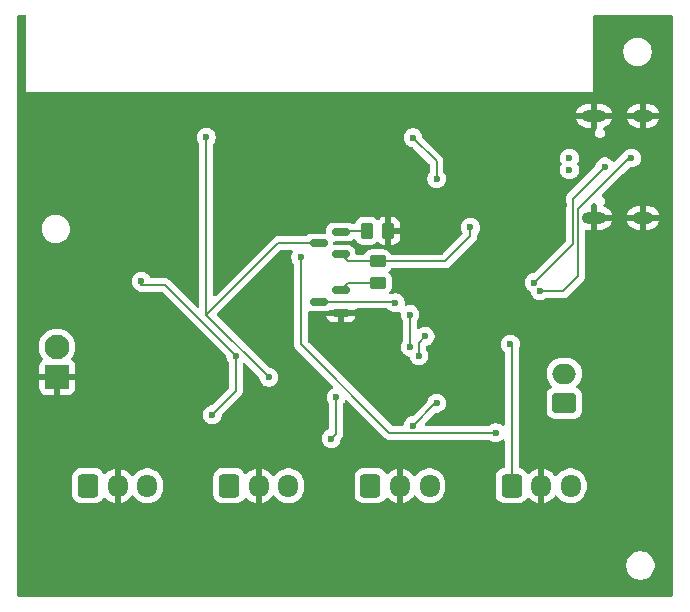
<source format=gbl>
G04 #@! TF.GenerationSoftware,KiCad,Pcbnew,9.0.7*
G04 #@! TF.CreationDate,2026-01-19T10:27:03-08:00*
G04 #@! TF.ProjectId,Tesla Ambient Lighting,5465736c-6120-4416-9d62-69656e74204c,rev?*
G04 #@! TF.SameCoordinates,Original*
G04 #@! TF.FileFunction,Copper,L2,Bot*
G04 #@! TF.FilePolarity,Positive*
%FSLAX46Y46*%
G04 Gerber Fmt 4.6, Leading zero omitted, Abs format (unit mm)*
G04 Created by KiCad (PCBNEW 9.0.7) date 2026-01-19 10:27:03*
%MOMM*%
%LPD*%
G01*
G04 APERTURE LIST*
G04 Aperture macros list*
%AMRoundRect*
0 Rectangle with rounded corners*
0 $1 Rounding radius*
0 $2 $3 $4 $5 $6 $7 $8 $9 X,Y pos of 4 corners*
0 Add a 4 corners polygon primitive as box body*
4,1,4,$2,$3,$4,$5,$6,$7,$8,$9,$2,$3,0*
0 Add four circle primitives for the rounded corners*
1,1,$1+$1,$2,$3*
1,1,$1+$1,$4,$5*
1,1,$1+$1,$6,$7*
1,1,$1+$1,$8,$9*
0 Add four rect primitives between the rounded corners*
20,1,$1+$1,$2,$3,$4,$5,0*
20,1,$1+$1,$4,$5,$6,$7,0*
20,1,$1+$1,$6,$7,$8,$9,0*
20,1,$1+$1,$8,$9,$2,$3,0*%
G04 Aperture macros list end*
G04 #@! TA.AperFunction,ComponentPad*
%ADD10RoundRect,0.250000X0.750000X-0.600000X0.750000X0.600000X-0.750000X0.600000X-0.750000X-0.600000X0*%
G04 #@! TD*
G04 #@! TA.AperFunction,ComponentPad*
%ADD11O,2.000000X1.700000*%
G04 #@! TD*
G04 #@! TA.AperFunction,ComponentPad*
%ADD12O,2.100000X1.000000*%
G04 #@! TD*
G04 #@! TA.AperFunction,ComponentPad*
%ADD13O,1.800000X1.000000*%
G04 #@! TD*
G04 #@! TA.AperFunction,ComponentPad*
%ADD14RoundRect,0.250000X-0.600000X-0.725000X0.600000X-0.725000X0.600000X0.725000X-0.600000X0.725000X0*%
G04 #@! TD*
G04 #@! TA.AperFunction,ComponentPad*
%ADD15O,1.700000X1.950000*%
G04 #@! TD*
G04 #@! TA.AperFunction,ComponentPad*
%ADD16RoundRect,0.250001X0.799999X-0.799999X0.799999X0.799999X-0.799999X0.799999X-0.799999X-0.799999X0*%
G04 #@! TD*
G04 #@! TA.AperFunction,ComponentPad*
%ADD17C,2.100000*%
G04 #@! TD*
G04 #@! TA.AperFunction,HeatsinkPad*
%ADD18C,0.600000*%
G04 #@! TD*
G04 #@! TA.AperFunction,SMDPad,CuDef*
%ADD19RoundRect,0.250000X-0.450000X0.262500X-0.450000X-0.262500X0.450000X-0.262500X0.450000X0.262500X0*%
G04 #@! TD*
G04 #@! TA.AperFunction,SMDPad,CuDef*
%ADD20RoundRect,0.150000X0.587500X0.150000X-0.587500X0.150000X-0.587500X-0.150000X0.587500X-0.150000X0*%
G04 #@! TD*
G04 #@! TA.AperFunction,SMDPad,CuDef*
%ADD21RoundRect,0.250000X0.262500X0.450000X-0.262500X0.450000X-0.262500X-0.450000X0.262500X-0.450000X0*%
G04 #@! TD*
G04 #@! TA.AperFunction,ViaPad*
%ADD22C,0.600000*%
G04 #@! TD*
G04 #@! TA.AperFunction,Conductor*
%ADD23C,0.200000*%
G04 #@! TD*
G04 #@! TA.AperFunction,Conductor*
%ADD24C,0.150000*%
G04 #@! TD*
G04 APERTURE END LIST*
D10*
G04 #@! TO.P,J5,1,Pin_1*
G04 #@! TO.N,Net-(J5-Pin_1)*
X165805000Y-111000000D03*
D11*
G04 #@! TO.P,J5,2,Pin_2*
G04 #@! TO.N,Net-(J5-Pin_2)*
X165805000Y-108500000D03*
G04 #@! TD*
D12*
G04 #@! TO.P,J6,SH1,SHELL_GND*
G04 #@! TO.N,GNDREF*
X168320000Y-95320000D03*
G04 #@! TO.P,J6,SH2,SHELL_GND__1*
X168320000Y-86680000D03*
D13*
G04 #@! TO.P,J6,SH3,SHELL_GND__2*
X172500000Y-95320000D03*
G04 #@! TO.P,J6,SH4,SHELL_GND__3*
X172500000Y-86680000D03*
G04 #@! TD*
D14*
G04 #@! TO.P,J3,1,Pin_1*
G04 #@! TO.N,/V5*
X149400000Y-118000000D03*
D15*
G04 #@! TO.P,J3,2,Pin_2*
G04 #@! TO.N,GNDREF*
X151900000Y-118000000D03*
G04 #@! TO.P,J3,3,Pin_3*
G04 #@! TO.N,Net-(J3-Pin_3)*
X154400000Y-118000000D03*
G04 #@! TD*
D14*
G04 #@! TO.P,J2,1,Pin_1*
G04 #@! TO.N,/V5*
X137450000Y-118000000D03*
D15*
G04 #@! TO.P,J2,2,Pin_2*
G04 #@! TO.N,GNDREF*
X139950000Y-118000000D03*
G04 #@! TO.P,J2,3,Pin_3*
G04 #@! TO.N,Net-(J2-Pin_3)*
X142450000Y-118000000D03*
G04 #@! TD*
D16*
G04 #@! TO.P,J7,1,Pin_1*
G04 #@! TO.N,GNDREF*
X122867500Y-108790000D03*
D17*
G04 #@! TO.P,J7,2,Pin_2*
G04 #@! TO.N,/V5*
X122867500Y-106250000D03*
G04 #@! TD*
D18*
G04 #@! TO.P,U1,39,GND*
G04 #@! TO.N,GNDREF*
X141350000Y-93010000D03*
X141350000Y-94410000D03*
X142050000Y-92310000D03*
X142050000Y-93710000D03*
X142050000Y-95110000D03*
X142750000Y-93010000D03*
X142750000Y-94410000D03*
X143450000Y-92310000D03*
X143450000Y-93710000D03*
X143450000Y-95110000D03*
X144150000Y-93010000D03*
X144150000Y-94410000D03*
G04 #@! TD*
D14*
G04 #@! TO.P,J4,1,Pin_1*
G04 #@! TO.N,/V5*
X161350000Y-118000000D03*
D15*
G04 #@! TO.P,J4,2,Pin_2*
G04 #@! TO.N,GNDREF*
X163850000Y-118000000D03*
G04 #@! TO.P,J4,3,Pin_3*
G04 #@! TO.N,Net-(J4-Pin_3)*
X166350000Y-118000000D03*
G04 #@! TD*
D14*
G04 #@! TO.P,J1,1,Pin_1*
G04 #@! TO.N,/V5*
X125500000Y-118000000D03*
D15*
G04 #@! TO.P,J1,2,Pin_2*
G04 #@! TO.N,GNDREF*
X128000000Y-118000000D03*
G04 #@! TO.P,J1,3,Pin_3*
G04 #@! TO.N,Net-(J1-Pin_3)*
X130500000Y-118000000D03*
G04 #@! TD*
D19*
G04 #@! TO.P,R9,1*
G04 #@! TO.N,/RTS*
X150000000Y-99000000D03*
G04 #@! TO.P,R9,2*
G04 #@! TO.N,Net-(Q2-B)*
X150000000Y-100825000D03*
G04 #@! TD*
D20*
G04 #@! TO.P,Q2,1,B*
G04 #@! TO.N,Net-(Q2-B)*
X146875000Y-101462500D03*
G04 #@! TO.P,Q2,2,E*
G04 #@! TO.N,GNDREF*
X146875000Y-103362500D03*
G04 #@! TO.P,Q2,3,C*
G04 #@! TO.N,/GPIO0*
X145000000Y-102412500D03*
G04 #@! TD*
D21*
G04 #@! TO.P,R8,1*
G04 #@! TO.N,GNDREF*
X150912500Y-96412500D03*
G04 #@! TO.P,R8,2*
G04 #@! TO.N,Net-(Q1-B)*
X149087500Y-96412500D03*
G04 #@! TD*
D20*
G04 #@! TO.P,Q1,1,B*
G04 #@! TO.N,Net-(Q1-B)*
X146875000Y-96512500D03*
G04 #@! TO.P,Q1,2,E*
G04 #@! TO.N,/RTS*
X146875000Y-98412500D03*
G04 #@! TO.P,Q1,3,C*
G04 #@! TO.N,/EN*
X145000000Y-97462500D03*
G04 #@! TD*
D22*
G04 #@! TO.N,*
X166250000Y-91250000D03*
X166250000Y-90250000D03*
G04 #@! TO.N,GNDREF*
X148000000Y-107180000D03*
X165755000Y-94200000D03*
X172550000Y-104050000D03*
X159977500Y-90700000D03*
X130720000Y-92525000D03*
X165750000Y-87750000D03*
X157975000Y-109025000D03*
X156699000Y-95000000D03*
X126950000Y-102800000D03*
X152025000Y-110365000D03*
X128000000Y-92525000D03*
X159977500Y-87700000D03*
X163750000Y-98125000D03*
X138535000Y-103750000D03*
X158000000Y-99000000D03*
X132500000Y-111937500D03*
X153000000Y-85990000D03*
X126200000Y-88200000D03*
X133500000Y-86000000D03*
G04 #@! TO.N,Net-(J4-Pin_3)*
X143500000Y-98635000D03*
X160000000Y-113500000D03*
G04 #@! TO.N,/DP*
X163750000Y-101500000D03*
X171500000Y-90250000D03*
G04 #@! TO.N,/DN*
X169250000Y-91000000D03*
X163250000Y-100795000D03*
G04 #@! TO.N,/CAN_TXD*
X154026000Y-105350472D03*
X153500000Y-107000000D03*
G04 #@! TO.N,/CAN_RXD*
X153000000Y-88530000D03*
X155000000Y-92000000D03*
X153000000Y-112900000D03*
X155000000Y-111000000D03*
G04 #@! TO.N,/V33*
X130000000Y-100700000D03*
X138000000Y-107000000D03*
X136000000Y-112000000D03*
G04 #@! TO.N,/EN*
X140800000Y-108820000D03*
X135500000Y-88500000D03*
G04 #@! TO.N,/V5*
X161250000Y-106000000D03*
G04 #@! TO.N,/RTS*
X157867592Y-96127086D03*
G04 #@! TO.N,/GPIO0*
X146500000Y-110500000D03*
X152750000Y-106250000D03*
X152750000Y-103500000D03*
X151500000Y-102500000D03*
X146087500Y-114000000D03*
G04 #@! TD*
D23*
G04 #@! TO.N,Net-(J4-Pin_3)*
X143500000Y-98635000D02*
X143365000Y-98500000D01*
X143500000Y-106000000D02*
X151000000Y-113500000D01*
X151000000Y-113500000D02*
X160000000Y-113500000D01*
X143500000Y-98635000D02*
X143500000Y-106000000D01*
G04 #@! TO.N,/DP*
X166965882Y-94534118D02*
X166965882Y-100250000D01*
X171500000Y-90250000D02*
X171250000Y-90250000D01*
X171250000Y-90250000D02*
X170250000Y-91250000D01*
X165715882Y-101500000D02*
X166965882Y-100250000D01*
X163750000Y-101500000D02*
X165715882Y-101500000D01*
X170250000Y-91250000D02*
X166965882Y-94534118D01*
G04 #@! TO.N,/DN*
X166556000Y-93694000D02*
X169250000Y-91000000D01*
X166556000Y-97489000D02*
X166556000Y-93694000D01*
X163250000Y-100795000D02*
X166556000Y-97489000D01*
D24*
G04 #@! TO.N,/CAN_TXD*
X153500000Y-105876472D02*
X153500000Y-107000000D01*
X154026000Y-105350472D02*
X153500000Y-105876472D01*
G04 #@! TO.N,/CAN_RXD*
X155000000Y-111000000D02*
X154900000Y-111000000D01*
X155000000Y-90530000D02*
X153000000Y-88530000D01*
X154900000Y-111000000D02*
X153000000Y-112900000D01*
X155000000Y-92000000D02*
X155000000Y-90530000D01*
G04 #@! TO.N,/V33*
X138000000Y-107000000D02*
X132000000Y-101000000D01*
X136000000Y-112000000D02*
X138000000Y-110000000D01*
X132000000Y-101000000D02*
X130000000Y-101000000D01*
X138000000Y-110000000D02*
X138000000Y-107000000D01*
X130000000Y-101000000D02*
X130000000Y-100700000D01*
G04 #@! TO.N,/EN*
X145018750Y-97462500D02*
X141557500Y-97462500D01*
X141557500Y-97462500D02*
X135500000Y-103520000D01*
X140800000Y-108820000D02*
X135500000Y-103520000D01*
X135500000Y-103520000D02*
X135500000Y-88500000D01*
D23*
G04 #@! TO.N,/V5*
X161350000Y-106100000D02*
X161350000Y-118000000D01*
X161250000Y-106000000D02*
X161350000Y-106100000D01*
D24*
G04 #@! TO.N,/RTS*
X157867592Y-96852408D02*
X155720000Y-99000000D01*
X149518750Y-99000000D02*
X147481250Y-99000000D01*
X147481250Y-99000000D02*
X146893750Y-98412500D01*
X157867592Y-96127086D02*
X157867592Y-96852408D01*
X155720000Y-99000000D02*
X150000000Y-99000000D01*
G04 #@! TO.N,Net-(Q1-B)*
X147087500Y-96412500D02*
X149106250Y-96412500D01*
X146893750Y-96512500D02*
X146987500Y-96512500D01*
X146987500Y-96512500D02*
X147087500Y-96412500D01*
X149006250Y-96512500D02*
X149106250Y-96412500D01*
G04 #@! TO.N,/GPIO0*
X145018750Y-102412500D02*
X151412500Y-102412500D01*
D23*
X152750000Y-106250000D02*
X152750000Y-103500000D01*
D24*
X151412500Y-102412500D02*
X151500000Y-102500000D01*
X146500000Y-113587500D02*
X146500000Y-110500000D01*
X146087500Y-114000000D02*
X146500000Y-113587500D01*
G04 #@! TO.N,Net-(Q2-B)*
X149518750Y-100825000D02*
X147531250Y-100825000D01*
X147531250Y-100825000D02*
X146893750Y-101462500D01*
G04 #@! TD*
G04 #@! TA.AperFunction,Conductor*
G04 #@! TO.N,GNDREF*
G36*
X168393208Y-94058538D02*
G01*
X168449142Y-94100409D01*
X168457262Y-94112720D01*
X168479515Y-94151263D01*
X168479516Y-94151264D01*
X168479517Y-94151265D01*
X168533681Y-94205429D01*
X168567166Y-94266752D01*
X168570000Y-94293110D01*
X168570000Y-95020000D01*
X168070000Y-95020000D01*
X168070000Y-94330596D01*
X168078644Y-94301155D01*
X168085168Y-94271169D01*
X168088922Y-94266153D01*
X168089685Y-94263557D01*
X168106312Y-94242921D01*
X168262197Y-94087036D01*
X168323517Y-94053554D01*
X168393208Y-94058538D01*
G37*
G04 #@! TD.AperFunction*
G04 #@! TA.AperFunction,Conductor*
G36*
X120193039Y-78145185D02*
G01*
X120238794Y-78197989D01*
X120250000Y-78249500D01*
X120250000Y-84690000D01*
X168250000Y-84690000D01*
X168250000Y-81155513D01*
X170799500Y-81155513D01*
X170799500Y-81344486D01*
X170829059Y-81531118D01*
X170887454Y-81710836D01*
X170973240Y-81879199D01*
X171084310Y-82032073D01*
X171217927Y-82165690D01*
X171370801Y-82276760D01*
X171450347Y-82317290D01*
X171539163Y-82362545D01*
X171539165Y-82362545D01*
X171539168Y-82362547D01*
X171635497Y-82393846D01*
X171718881Y-82420940D01*
X171905514Y-82450500D01*
X171905519Y-82450500D01*
X172094486Y-82450500D01*
X172281118Y-82420940D01*
X172460832Y-82362547D01*
X172629199Y-82276760D01*
X172782073Y-82165690D01*
X172915690Y-82032073D01*
X173026760Y-81879199D01*
X173112547Y-81710832D01*
X173170940Y-81531118D01*
X173200500Y-81344486D01*
X173200500Y-81155513D01*
X173170940Y-80968881D01*
X173112545Y-80789163D01*
X173026759Y-80620800D01*
X172915690Y-80467927D01*
X172782073Y-80334310D01*
X172629199Y-80223240D01*
X172460836Y-80137454D01*
X172281118Y-80079059D01*
X172094486Y-80049500D01*
X172094481Y-80049500D01*
X171905519Y-80049500D01*
X171905514Y-80049500D01*
X171718881Y-80079059D01*
X171539163Y-80137454D01*
X171370800Y-80223240D01*
X171283579Y-80286610D01*
X171217927Y-80334310D01*
X171217925Y-80334312D01*
X171217924Y-80334312D01*
X171084312Y-80467924D01*
X171084312Y-80467925D01*
X171084310Y-80467927D01*
X171036610Y-80533579D01*
X170973240Y-80620800D01*
X170887454Y-80789163D01*
X170829059Y-80968881D01*
X170799500Y-81155513D01*
X168250000Y-81155513D01*
X168250000Y-78249500D01*
X168269685Y-78182461D01*
X168322489Y-78136706D01*
X168374000Y-78125500D01*
X174875500Y-78125500D01*
X174942539Y-78145185D01*
X174988294Y-78197989D01*
X174999500Y-78249500D01*
X174999500Y-127250500D01*
X174979815Y-127317539D01*
X174927011Y-127363294D01*
X174875500Y-127374500D01*
X119624500Y-127374500D01*
X119557461Y-127354815D01*
X119511706Y-127302011D01*
X119500500Y-127250500D01*
X119500500Y-124655513D01*
X171049500Y-124655513D01*
X171049500Y-124844486D01*
X171079059Y-125031118D01*
X171137454Y-125210836D01*
X171223240Y-125379199D01*
X171334310Y-125532073D01*
X171467927Y-125665690D01*
X171620801Y-125776760D01*
X171700347Y-125817290D01*
X171789163Y-125862545D01*
X171789165Y-125862545D01*
X171789168Y-125862547D01*
X171885497Y-125893846D01*
X171968881Y-125920940D01*
X172155514Y-125950500D01*
X172155519Y-125950500D01*
X172344486Y-125950500D01*
X172531118Y-125920940D01*
X172710832Y-125862547D01*
X172879199Y-125776760D01*
X173032073Y-125665690D01*
X173165690Y-125532073D01*
X173276760Y-125379199D01*
X173362547Y-125210832D01*
X173420940Y-125031118D01*
X173450500Y-124844486D01*
X173450500Y-124655513D01*
X173420940Y-124468881D01*
X173362545Y-124289163D01*
X173276759Y-124120800D01*
X173165690Y-123967927D01*
X173032073Y-123834310D01*
X172879199Y-123723240D01*
X172710836Y-123637454D01*
X172531118Y-123579059D01*
X172344486Y-123549500D01*
X172344481Y-123549500D01*
X172155519Y-123549500D01*
X172155514Y-123549500D01*
X171968881Y-123579059D01*
X171789163Y-123637454D01*
X171620800Y-123723240D01*
X171533579Y-123786610D01*
X171467927Y-123834310D01*
X171467925Y-123834312D01*
X171467924Y-123834312D01*
X171334312Y-123967924D01*
X171334312Y-123967925D01*
X171334310Y-123967927D01*
X171286610Y-124033579D01*
X171223240Y-124120800D01*
X171137454Y-124289163D01*
X171079059Y-124468881D01*
X171049500Y-124655513D01*
X119500500Y-124655513D01*
X119500500Y-117224983D01*
X124149500Y-117224983D01*
X124149500Y-118775001D01*
X124149501Y-118775018D01*
X124160000Y-118877796D01*
X124160001Y-118877799D01*
X124194031Y-118980493D01*
X124215186Y-119044334D01*
X124307288Y-119193656D01*
X124431344Y-119317712D01*
X124580666Y-119409814D01*
X124747203Y-119464999D01*
X124849991Y-119475500D01*
X126150008Y-119475499D01*
X126252797Y-119464999D01*
X126419334Y-119409814D01*
X126568656Y-119317712D01*
X126692712Y-119193656D01*
X126784814Y-119044334D01*
X126784814Y-119044331D01*
X126788448Y-119038441D01*
X126840395Y-118991716D01*
X126909358Y-118980493D01*
X126973440Y-119008336D01*
X126981668Y-119015856D01*
X127120535Y-119154723D01*
X127120540Y-119154727D01*
X127292442Y-119279620D01*
X127481782Y-119376095D01*
X127683871Y-119441757D01*
X127750000Y-119452231D01*
X127750000Y-118404145D01*
X127816657Y-118442630D01*
X127937465Y-118475000D01*
X128062535Y-118475000D01*
X128183343Y-118442630D01*
X128250000Y-118404145D01*
X128250000Y-119452230D01*
X128316126Y-119441757D01*
X128316129Y-119441757D01*
X128518217Y-119376095D01*
X128707557Y-119279620D01*
X128879459Y-119154727D01*
X128879464Y-119154723D01*
X129029721Y-119004466D01*
X129149371Y-118839781D01*
X129204701Y-118797115D01*
X129274314Y-118791136D01*
X129336110Y-118823741D01*
X129350008Y-118839781D01*
X129469890Y-119004785D01*
X129469894Y-119004790D01*
X129620213Y-119155109D01*
X129792179Y-119280048D01*
X129792181Y-119280049D01*
X129792184Y-119280051D01*
X129981588Y-119376557D01*
X130183757Y-119442246D01*
X130393713Y-119475500D01*
X130393714Y-119475500D01*
X130606286Y-119475500D01*
X130606287Y-119475500D01*
X130816243Y-119442246D01*
X131018412Y-119376557D01*
X131207816Y-119280051D01*
X131229789Y-119264086D01*
X131379786Y-119155109D01*
X131379788Y-119155106D01*
X131379792Y-119155104D01*
X131530104Y-119004792D01*
X131530106Y-119004788D01*
X131530109Y-119004786D01*
X131655048Y-118832820D01*
X131655047Y-118832820D01*
X131655051Y-118832816D01*
X131751557Y-118643412D01*
X131817246Y-118441243D01*
X131850500Y-118231287D01*
X131850500Y-117768713D01*
X131817246Y-117558757D01*
X131751557Y-117356588D01*
X131684501Y-117224983D01*
X136099500Y-117224983D01*
X136099500Y-118775001D01*
X136099501Y-118775018D01*
X136110000Y-118877796D01*
X136110001Y-118877799D01*
X136144031Y-118980493D01*
X136165186Y-119044334D01*
X136257288Y-119193656D01*
X136381344Y-119317712D01*
X136530666Y-119409814D01*
X136697203Y-119464999D01*
X136799991Y-119475500D01*
X138100008Y-119475499D01*
X138202797Y-119464999D01*
X138369334Y-119409814D01*
X138518656Y-119317712D01*
X138642712Y-119193656D01*
X138734814Y-119044334D01*
X138734814Y-119044331D01*
X138738448Y-119038441D01*
X138790395Y-118991716D01*
X138859358Y-118980493D01*
X138923440Y-119008336D01*
X138931668Y-119015856D01*
X139070535Y-119154723D01*
X139070540Y-119154727D01*
X139242442Y-119279620D01*
X139431782Y-119376095D01*
X139633871Y-119441757D01*
X139700000Y-119452231D01*
X139700000Y-118404145D01*
X139766657Y-118442630D01*
X139887465Y-118475000D01*
X140012535Y-118475000D01*
X140133343Y-118442630D01*
X140200000Y-118404145D01*
X140200000Y-119452230D01*
X140266126Y-119441757D01*
X140266129Y-119441757D01*
X140468217Y-119376095D01*
X140657557Y-119279620D01*
X140829459Y-119154727D01*
X140829464Y-119154723D01*
X140979721Y-119004466D01*
X141099371Y-118839781D01*
X141154701Y-118797115D01*
X141224314Y-118791136D01*
X141286110Y-118823741D01*
X141300008Y-118839781D01*
X141419890Y-119004785D01*
X141419894Y-119004790D01*
X141570213Y-119155109D01*
X141742179Y-119280048D01*
X141742181Y-119280049D01*
X141742184Y-119280051D01*
X141931588Y-119376557D01*
X142133757Y-119442246D01*
X142343713Y-119475500D01*
X142343714Y-119475500D01*
X142556286Y-119475500D01*
X142556287Y-119475500D01*
X142766243Y-119442246D01*
X142968412Y-119376557D01*
X143157816Y-119280051D01*
X143179789Y-119264086D01*
X143329786Y-119155109D01*
X143329788Y-119155106D01*
X143329792Y-119155104D01*
X143480104Y-119004792D01*
X143480106Y-119004788D01*
X143480109Y-119004786D01*
X143605048Y-118832820D01*
X143605047Y-118832820D01*
X143605051Y-118832816D01*
X143701557Y-118643412D01*
X143767246Y-118441243D01*
X143800500Y-118231287D01*
X143800500Y-117768713D01*
X143767246Y-117558757D01*
X143701557Y-117356588D01*
X143634501Y-117224983D01*
X148049500Y-117224983D01*
X148049500Y-118775001D01*
X148049501Y-118775018D01*
X148060000Y-118877796D01*
X148060001Y-118877799D01*
X148094031Y-118980493D01*
X148115186Y-119044334D01*
X148207288Y-119193656D01*
X148331344Y-119317712D01*
X148480666Y-119409814D01*
X148647203Y-119464999D01*
X148749991Y-119475500D01*
X150050008Y-119475499D01*
X150152797Y-119464999D01*
X150319334Y-119409814D01*
X150468656Y-119317712D01*
X150592712Y-119193656D01*
X150684814Y-119044334D01*
X150684814Y-119044331D01*
X150688448Y-119038441D01*
X150740395Y-118991716D01*
X150809358Y-118980493D01*
X150873440Y-119008336D01*
X150881668Y-119015856D01*
X151020535Y-119154723D01*
X151020540Y-119154727D01*
X151192442Y-119279620D01*
X151381782Y-119376095D01*
X151583871Y-119441757D01*
X151650000Y-119452231D01*
X151650000Y-118404145D01*
X151716657Y-118442630D01*
X151837465Y-118475000D01*
X151962535Y-118475000D01*
X152083343Y-118442630D01*
X152150000Y-118404145D01*
X152150000Y-119452230D01*
X152216126Y-119441757D01*
X152216129Y-119441757D01*
X152418217Y-119376095D01*
X152607557Y-119279620D01*
X152779459Y-119154727D01*
X152779464Y-119154723D01*
X152929721Y-119004466D01*
X153049371Y-118839781D01*
X153104701Y-118797115D01*
X153174314Y-118791136D01*
X153236110Y-118823741D01*
X153250008Y-118839781D01*
X153369890Y-119004785D01*
X153369894Y-119004790D01*
X153520213Y-119155109D01*
X153692179Y-119280048D01*
X153692181Y-119280049D01*
X153692184Y-119280051D01*
X153881588Y-119376557D01*
X154083757Y-119442246D01*
X154293713Y-119475500D01*
X154293714Y-119475500D01*
X154506286Y-119475500D01*
X154506287Y-119475500D01*
X154716243Y-119442246D01*
X154918412Y-119376557D01*
X155107816Y-119280051D01*
X155129789Y-119264086D01*
X155279786Y-119155109D01*
X155279788Y-119155106D01*
X155279792Y-119155104D01*
X155430104Y-119004792D01*
X155430106Y-119004788D01*
X155430109Y-119004786D01*
X155555048Y-118832820D01*
X155555047Y-118832820D01*
X155555051Y-118832816D01*
X155651557Y-118643412D01*
X155717246Y-118441243D01*
X155750500Y-118231287D01*
X155750500Y-117768713D01*
X155717246Y-117558757D01*
X155651557Y-117356588D01*
X155555051Y-117167184D01*
X155555049Y-117167181D01*
X155555048Y-117167179D01*
X155430109Y-116995213D01*
X155279786Y-116844890D01*
X155107820Y-116719951D01*
X154918414Y-116623444D01*
X154918413Y-116623443D01*
X154918412Y-116623443D01*
X154716243Y-116557754D01*
X154716241Y-116557753D01*
X154716240Y-116557753D01*
X154554957Y-116532208D01*
X154506287Y-116524500D01*
X154293713Y-116524500D01*
X154245042Y-116532208D01*
X154083760Y-116557753D01*
X153881585Y-116623444D01*
X153692179Y-116719951D01*
X153520213Y-116844890D01*
X153369894Y-116995209D01*
X153369890Y-116995214D01*
X153250008Y-117160218D01*
X153194678Y-117202884D01*
X153125065Y-117208863D01*
X153063270Y-117176257D01*
X153049372Y-117160218D01*
X152929727Y-116995540D01*
X152929723Y-116995535D01*
X152779464Y-116845276D01*
X152779459Y-116845272D01*
X152607557Y-116720379D01*
X152418215Y-116623903D01*
X152216124Y-116558241D01*
X152150000Y-116547768D01*
X152150000Y-117595854D01*
X152083343Y-117557370D01*
X151962535Y-117525000D01*
X151837465Y-117525000D01*
X151716657Y-117557370D01*
X151650000Y-117595854D01*
X151650000Y-116547768D01*
X151649999Y-116547768D01*
X151583875Y-116558241D01*
X151381784Y-116623903D01*
X151192442Y-116720379D01*
X151020541Y-116845271D01*
X150881668Y-116984144D01*
X150820345Y-117017628D01*
X150750653Y-117012644D01*
X150694720Y-116970772D01*
X150688448Y-116961558D01*
X150592712Y-116806344D01*
X150468657Y-116682289D01*
X150468656Y-116682288D01*
X150319334Y-116590186D01*
X150152797Y-116535001D01*
X150152795Y-116535000D01*
X150050010Y-116524500D01*
X148749998Y-116524500D01*
X148749981Y-116524501D01*
X148647203Y-116535000D01*
X148647200Y-116535001D01*
X148480668Y-116590185D01*
X148480663Y-116590187D01*
X148331342Y-116682289D01*
X148207289Y-116806342D01*
X148115187Y-116955663D01*
X148115185Y-116955668D01*
X148110180Y-116970772D01*
X148060001Y-117122203D01*
X148060001Y-117122204D01*
X148060000Y-117122204D01*
X148049500Y-117224983D01*
X143634501Y-117224983D01*
X143605051Y-117167184D01*
X143605049Y-117167181D01*
X143605048Y-117167179D01*
X143480109Y-116995213D01*
X143329786Y-116844890D01*
X143157820Y-116719951D01*
X142968414Y-116623444D01*
X142968413Y-116623443D01*
X142968412Y-116623443D01*
X142766243Y-116557754D01*
X142766241Y-116557753D01*
X142766240Y-116557753D01*
X142604957Y-116532208D01*
X142556287Y-116524500D01*
X142343713Y-116524500D01*
X142295042Y-116532208D01*
X142133760Y-116557753D01*
X141931585Y-116623444D01*
X141742179Y-116719951D01*
X141570213Y-116844890D01*
X141419894Y-116995209D01*
X141419890Y-116995214D01*
X141300008Y-117160218D01*
X141244678Y-117202884D01*
X141175065Y-117208863D01*
X141113270Y-117176257D01*
X141099372Y-117160218D01*
X140979727Y-116995540D01*
X140979723Y-116995535D01*
X140829464Y-116845276D01*
X140829459Y-116845272D01*
X140657557Y-116720379D01*
X140468215Y-116623903D01*
X140266124Y-116558241D01*
X140200000Y-116547768D01*
X140200000Y-117595854D01*
X140133343Y-117557370D01*
X140012535Y-117525000D01*
X139887465Y-117525000D01*
X139766657Y-117557370D01*
X139700000Y-117595854D01*
X139700000Y-116547768D01*
X139699999Y-116547768D01*
X139633875Y-116558241D01*
X139431784Y-116623903D01*
X139242442Y-116720379D01*
X139070541Y-116845271D01*
X138931668Y-116984144D01*
X138870345Y-117017628D01*
X138800653Y-117012644D01*
X138744720Y-116970772D01*
X138738448Y-116961558D01*
X138642712Y-116806344D01*
X138518657Y-116682289D01*
X138518656Y-116682288D01*
X138369334Y-116590186D01*
X138202797Y-116535001D01*
X138202795Y-116535000D01*
X138100010Y-116524500D01*
X136799998Y-116524500D01*
X136799981Y-116524501D01*
X136697203Y-116535000D01*
X136697200Y-116535001D01*
X136530668Y-116590185D01*
X136530663Y-116590187D01*
X136381342Y-116682289D01*
X136257289Y-116806342D01*
X136165187Y-116955663D01*
X136165185Y-116955668D01*
X136160180Y-116970772D01*
X136110001Y-117122203D01*
X136110001Y-117122204D01*
X136110000Y-117122204D01*
X136099500Y-117224983D01*
X131684501Y-117224983D01*
X131655051Y-117167184D01*
X131655049Y-117167181D01*
X131655048Y-117167179D01*
X131530109Y-116995213D01*
X131379786Y-116844890D01*
X131207820Y-116719951D01*
X131018414Y-116623444D01*
X131018413Y-116623443D01*
X131018412Y-116623443D01*
X130816243Y-116557754D01*
X130816241Y-116557753D01*
X130816240Y-116557753D01*
X130654957Y-116532208D01*
X130606287Y-116524500D01*
X130393713Y-116524500D01*
X130345042Y-116532208D01*
X130183760Y-116557753D01*
X129981585Y-116623444D01*
X129792179Y-116719951D01*
X129620213Y-116844890D01*
X129469894Y-116995209D01*
X129469890Y-116995214D01*
X129350008Y-117160218D01*
X129294678Y-117202884D01*
X129225065Y-117208863D01*
X129163270Y-117176257D01*
X129149372Y-117160218D01*
X129029727Y-116995540D01*
X129029723Y-116995535D01*
X128879464Y-116845276D01*
X128879459Y-116845272D01*
X128707557Y-116720379D01*
X128518215Y-116623903D01*
X128316124Y-116558241D01*
X128250000Y-116547768D01*
X128250000Y-117595854D01*
X128183343Y-117557370D01*
X128062535Y-117525000D01*
X127937465Y-117525000D01*
X127816657Y-117557370D01*
X127750000Y-117595854D01*
X127750000Y-116547768D01*
X127749999Y-116547768D01*
X127683875Y-116558241D01*
X127481784Y-116623903D01*
X127292442Y-116720379D01*
X127120541Y-116845271D01*
X126981668Y-116984144D01*
X126920345Y-117017628D01*
X126850653Y-117012644D01*
X126794720Y-116970772D01*
X126788448Y-116961558D01*
X126692712Y-116806344D01*
X126568657Y-116682289D01*
X126568656Y-116682288D01*
X126419334Y-116590186D01*
X126252797Y-116535001D01*
X126252795Y-116535000D01*
X126150010Y-116524500D01*
X124849998Y-116524500D01*
X124849981Y-116524501D01*
X124747203Y-116535000D01*
X124747200Y-116535001D01*
X124580668Y-116590185D01*
X124580663Y-116590187D01*
X124431342Y-116682289D01*
X124307289Y-116806342D01*
X124215187Y-116955663D01*
X124215185Y-116955668D01*
X124210180Y-116970772D01*
X124160001Y-117122203D01*
X124160001Y-117122204D01*
X124160000Y-117122204D01*
X124149500Y-117224983D01*
X119500500Y-117224983D01*
X119500500Y-106127973D01*
X121317000Y-106127973D01*
X121317000Y-106372026D01*
X121338898Y-106510287D01*
X121355179Y-106613076D01*
X121430596Y-106845185D01*
X121529035Y-107038384D01*
X121541396Y-107062642D01*
X121648745Y-107210397D01*
X121672225Y-107276203D01*
X121656399Y-107344257D01*
X121613527Y-107388819D01*
X121599156Y-107397683D01*
X121475184Y-107521655D01*
X121383143Y-107670876D01*
X121383141Y-107670881D01*
X121327994Y-107837303D01*
X121327993Y-107837310D01*
X121317500Y-107940014D01*
X121317500Y-108540000D01*
X122376752Y-108540000D01*
X122354982Y-108577708D01*
X122317500Y-108717591D01*
X122317500Y-108862409D01*
X122354982Y-109002292D01*
X122376752Y-109040000D01*
X121317500Y-109040000D01*
X121317500Y-109639985D01*
X121327993Y-109742689D01*
X121327994Y-109742696D01*
X121383141Y-109909118D01*
X121383143Y-109909123D01*
X121475184Y-110058344D01*
X121599155Y-110182315D01*
X121748376Y-110274356D01*
X121748381Y-110274358D01*
X121914803Y-110329505D01*
X121914810Y-110329506D01*
X122017514Y-110339999D01*
X122017527Y-110340000D01*
X122617500Y-110340000D01*
X122617500Y-109280747D01*
X122655208Y-109302518D01*
X122795091Y-109340000D01*
X122939909Y-109340000D01*
X123079792Y-109302518D01*
X123117500Y-109280747D01*
X123117500Y-110340000D01*
X123717473Y-110340000D01*
X123717485Y-110339999D01*
X123820189Y-110329506D01*
X123820196Y-110329505D01*
X123986618Y-110274358D01*
X123986623Y-110274356D01*
X124135844Y-110182315D01*
X124259815Y-110058344D01*
X124351856Y-109909123D01*
X124351858Y-109909118D01*
X124407005Y-109742696D01*
X124407006Y-109742689D01*
X124417499Y-109639985D01*
X124417500Y-109639972D01*
X124417500Y-109040000D01*
X123358248Y-109040000D01*
X123380018Y-109002292D01*
X123417500Y-108862409D01*
X123417500Y-108717591D01*
X123380018Y-108577708D01*
X123358248Y-108540000D01*
X124417500Y-108540000D01*
X124417500Y-107940027D01*
X124417499Y-107940014D01*
X124407006Y-107837310D01*
X124407005Y-107837303D01*
X124351858Y-107670881D01*
X124351856Y-107670876D01*
X124259815Y-107521655D01*
X124135843Y-107397683D01*
X124121476Y-107388822D01*
X124074750Y-107336874D01*
X124063527Y-107267912D01*
X124086251Y-107210400D01*
X124193606Y-107062639D01*
X124304404Y-106845185D01*
X124379821Y-106613076D01*
X124418000Y-106372027D01*
X124418000Y-106127973D01*
X124379821Y-105886924D01*
X124304404Y-105654815D01*
X124193606Y-105437361D01*
X124150631Y-105378211D01*
X124050160Y-105239923D01*
X124050156Y-105239918D01*
X123877581Y-105067343D01*
X123877576Y-105067339D01*
X123680142Y-104923896D01*
X123680141Y-104923895D01*
X123680139Y-104923894D01*
X123462685Y-104813096D01*
X123230576Y-104737679D01*
X123230574Y-104737678D01*
X123230572Y-104737678D01*
X123057001Y-104710187D01*
X122989527Y-104699500D01*
X122745473Y-104699500D01*
X122689593Y-104708350D01*
X122504427Y-104737678D01*
X122272312Y-104813097D01*
X122054857Y-104923896D01*
X121857423Y-105067339D01*
X121857418Y-105067343D01*
X121684843Y-105239918D01*
X121684839Y-105239923D01*
X121541396Y-105437357D01*
X121430597Y-105654812D01*
X121355178Y-105886927D01*
X121317000Y-106127973D01*
X119500500Y-106127973D01*
X119500500Y-100621153D01*
X129199500Y-100621153D01*
X129199500Y-100778846D01*
X129230261Y-100933489D01*
X129230264Y-100933501D01*
X129290602Y-101079172D01*
X129290609Y-101079185D01*
X129378210Y-101210288D01*
X129378213Y-101210292D01*
X129489707Y-101321786D01*
X129489711Y-101321789D01*
X129534398Y-101351647D01*
X129553188Y-101367068D01*
X129646635Y-101460515D01*
X129777865Y-101536281D01*
X129924234Y-101575500D01*
X131710258Y-101575500D01*
X131777297Y-101595185D01*
X131797939Y-101611819D01*
X137163181Y-106977061D01*
X137196666Y-107038384D01*
X137199500Y-107064742D01*
X137199500Y-107078846D01*
X137230261Y-107233489D01*
X137230264Y-107233501D01*
X137290602Y-107379172D01*
X137290609Y-107379185D01*
X137378210Y-107510288D01*
X137378212Y-107510291D01*
X137388178Y-107520256D01*
X137421665Y-107581578D01*
X137424500Y-107607940D01*
X137424500Y-109710258D01*
X137404815Y-109777297D01*
X137388181Y-109797939D01*
X136022939Y-111163181D01*
X135961616Y-111196666D01*
X135935258Y-111199500D01*
X135921155Y-111199500D01*
X135766510Y-111230261D01*
X135766498Y-111230264D01*
X135620827Y-111290602D01*
X135620814Y-111290609D01*
X135489711Y-111378210D01*
X135489707Y-111378213D01*
X135378213Y-111489707D01*
X135378210Y-111489711D01*
X135290609Y-111620814D01*
X135290602Y-111620827D01*
X135230264Y-111766498D01*
X135230261Y-111766510D01*
X135199500Y-111921153D01*
X135199500Y-112078846D01*
X135230261Y-112233489D01*
X135230264Y-112233501D01*
X135290602Y-112379172D01*
X135290609Y-112379185D01*
X135378210Y-112510288D01*
X135378213Y-112510292D01*
X135489707Y-112621786D01*
X135489711Y-112621789D01*
X135620814Y-112709390D01*
X135620827Y-112709397D01*
X135737812Y-112757853D01*
X135766503Y-112769737D01*
X135917096Y-112799692D01*
X135921153Y-112800499D01*
X135921156Y-112800500D01*
X135921158Y-112800500D01*
X136078844Y-112800500D01*
X136078845Y-112800499D01*
X136233497Y-112769737D01*
X136379179Y-112709394D01*
X136510289Y-112621789D01*
X136621789Y-112510289D01*
X136709394Y-112379179D01*
X136769737Y-112233497D01*
X136800500Y-112078842D01*
X136800500Y-112064742D01*
X136820185Y-111997703D01*
X136836819Y-111977061D01*
X137617214Y-111196666D01*
X138460515Y-110353365D01*
X138536281Y-110222135D01*
X138575500Y-110075767D01*
X138575500Y-109924234D01*
X138575500Y-107708742D01*
X138595185Y-107641703D01*
X138647989Y-107595948D01*
X138717147Y-107586004D01*
X138780703Y-107615029D01*
X138787181Y-107621061D01*
X139963181Y-108797061D01*
X139996666Y-108858384D01*
X139999500Y-108884742D01*
X139999500Y-108898846D01*
X140030261Y-109053489D01*
X140030264Y-109053501D01*
X140090602Y-109199172D01*
X140090609Y-109199185D01*
X140178210Y-109330288D01*
X140178213Y-109330292D01*
X140289707Y-109441786D01*
X140289711Y-109441789D01*
X140420814Y-109529390D01*
X140420827Y-109529397D01*
X140507977Y-109565495D01*
X140566503Y-109589737D01*
X140721153Y-109620499D01*
X140721156Y-109620500D01*
X140721158Y-109620500D01*
X140878844Y-109620500D01*
X140878845Y-109620499D01*
X141033497Y-109589737D01*
X141179179Y-109529394D01*
X141310289Y-109441789D01*
X141421789Y-109330289D01*
X141509394Y-109199179D01*
X141569737Y-109053497D01*
X141600500Y-108898842D01*
X141600500Y-108741158D01*
X141600500Y-108741155D01*
X141600499Y-108741153D01*
X141569738Y-108586510D01*
X141569737Y-108586503D01*
X141550475Y-108540000D01*
X141509397Y-108440827D01*
X141509390Y-108440814D01*
X141421789Y-108309711D01*
X141421786Y-108309707D01*
X141310292Y-108198213D01*
X141310288Y-108198210D01*
X141179185Y-108110609D01*
X141179172Y-108110602D01*
X141033501Y-108050264D01*
X141033489Y-108050261D01*
X140878845Y-108019500D01*
X140878842Y-108019500D01*
X140864742Y-108019500D01*
X140797703Y-107999815D01*
X140777061Y-107983181D01*
X136401561Y-103607681D01*
X136368076Y-103546358D01*
X136373060Y-103476666D01*
X136401561Y-103432319D01*
X141759561Y-98074319D01*
X141820884Y-98040834D01*
X141847242Y-98038000D01*
X142704161Y-98038000D01*
X142771200Y-98057685D01*
X142816955Y-98110489D01*
X142826899Y-98179647D01*
X142807263Y-98230891D01*
X142790609Y-98255814D01*
X142790602Y-98255827D01*
X142730264Y-98401498D01*
X142730261Y-98401510D01*
X142699500Y-98556153D01*
X142699500Y-98713846D01*
X142730261Y-98868489D01*
X142730264Y-98868501D01*
X142790602Y-99014172D01*
X142790609Y-99014185D01*
X142878602Y-99145874D01*
X142899480Y-99212551D01*
X142899500Y-99214765D01*
X142899500Y-105913330D01*
X142899499Y-105913348D01*
X142899499Y-106079054D01*
X142899498Y-106079054D01*
X142940423Y-106231785D01*
X142969358Y-106281900D01*
X142969359Y-106281904D01*
X142969360Y-106281904D01*
X142996461Y-106328846D01*
X143019479Y-106368714D01*
X143019481Y-106368717D01*
X143138349Y-106487585D01*
X143138355Y-106487590D01*
X146216259Y-109565495D01*
X146249744Y-109626818D01*
X146244760Y-109696510D01*
X146202888Y-109752443D01*
X146176031Y-109767737D01*
X146120824Y-109790604D01*
X146120814Y-109790609D01*
X145989711Y-109878210D01*
X145989707Y-109878213D01*
X145878213Y-109989707D01*
X145878210Y-109989711D01*
X145790609Y-110120814D01*
X145790602Y-110120827D01*
X145730264Y-110266498D01*
X145730261Y-110266510D01*
X145699500Y-110421153D01*
X145699500Y-110578846D01*
X145730261Y-110733489D01*
X145730264Y-110733501D01*
X145790602Y-110879172D01*
X145790609Y-110879185D01*
X145878210Y-111010288D01*
X145878212Y-111010291D01*
X145888178Y-111020256D01*
X145921665Y-111081578D01*
X145924500Y-111107940D01*
X145924500Y-113118208D01*
X145904815Y-113185247D01*
X145852011Y-113231002D01*
X145847952Y-113232769D01*
X145708327Y-113290602D01*
X145708314Y-113290609D01*
X145577211Y-113378210D01*
X145577207Y-113378213D01*
X145465713Y-113489707D01*
X145465710Y-113489711D01*
X145378109Y-113620814D01*
X145378102Y-113620827D01*
X145317764Y-113766498D01*
X145317761Y-113766510D01*
X145287000Y-113921153D01*
X145287000Y-114078846D01*
X145317761Y-114233489D01*
X145317764Y-114233501D01*
X145378102Y-114379172D01*
X145378109Y-114379185D01*
X145465710Y-114510288D01*
X145465713Y-114510292D01*
X145577207Y-114621786D01*
X145577211Y-114621789D01*
X145708314Y-114709390D01*
X145708327Y-114709397D01*
X145853998Y-114769735D01*
X145854003Y-114769737D01*
X146008653Y-114800499D01*
X146008656Y-114800500D01*
X146008658Y-114800500D01*
X146166344Y-114800500D01*
X146166345Y-114800499D01*
X146320997Y-114769737D01*
X146466679Y-114709394D01*
X146597789Y-114621789D01*
X146709289Y-114510289D01*
X146796894Y-114379179D01*
X146857237Y-114233497D01*
X146888000Y-114078842D01*
X146888000Y-114064742D01*
X146907685Y-113997703D01*
X146924319Y-113977061D01*
X146960515Y-113940865D01*
X147036281Y-113809635D01*
X147075500Y-113663267D01*
X147075500Y-113511734D01*
X147075500Y-111107940D01*
X147095185Y-111040901D01*
X147111822Y-111020256D01*
X147121787Y-111010291D01*
X147121789Y-111010289D01*
X147209394Y-110879179D01*
X147232263Y-110823967D01*
X147276101Y-110769566D01*
X147342395Y-110747500D01*
X147410094Y-110764778D01*
X147434504Y-110783740D01*
X150631284Y-113980520D01*
X150631286Y-113980521D01*
X150631290Y-113980524D01*
X150768209Y-114059573D01*
X150768216Y-114059577D01*
X150920943Y-114100501D01*
X150920945Y-114100501D01*
X151086654Y-114100501D01*
X151086670Y-114100500D01*
X159420234Y-114100500D01*
X159487273Y-114120185D01*
X159489125Y-114121398D01*
X159620814Y-114209390D01*
X159620827Y-114209397D01*
X159766498Y-114269735D01*
X159766503Y-114269737D01*
X159921153Y-114300499D01*
X159921156Y-114300500D01*
X159921158Y-114300500D01*
X160078844Y-114300500D01*
X160078845Y-114300499D01*
X160233497Y-114269737D01*
X160379179Y-114209394D01*
X160510289Y-114121789D01*
X160511893Y-114120185D01*
X160537819Y-114094260D01*
X160599142Y-114060775D01*
X160668834Y-114065759D01*
X160724767Y-114107631D01*
X160749184Y-114173095D01*
X160749500Y-114181941D01*
X160749500Y-116407465D01*
X160729815Y-116474504D01*
X160677011Y-116520259D01*
X160638102Y-116530823D01*
X160597202Y-116535001D01*
X160597200Y-116535001D01*
X160430668Y-116590185D01*
X160430663Y-116590187D01*
X160281342Y-116682289D01*
X160157289Y-116806342D01*
X160065187Y-116955663D01*
X160065185Y-116955668D01*
X160060180Y-116970772D01*
X160010001Y-117122203D01*
X160010001Y-117122204D01*
X160010000Y-117122204D01*
X159999500Y-117224983D01*
X159999500Y-118775001D01*
X159999501Y-118775018D01*
X160010000Y-118877796D01*
X160010001Y-118877799D01*
X160044031Y-118980493D01*
X160065186Y-119044334D01*
X160157288Y-119193656D01*
X160281344Y-119317712D01*
X160430666Y-119409814D01*
X160597203Y-119464999D01*
X160699991Y-119475500D01*
X162000008Y-119475499D01*
X162102797Y-119464999D01*
X162269334Y-119409814D01*
X162418656Y-119317712D01*
X162542712Y-119193656D01*
X162634814Y-119044334D01*
X162634814Y-119044331D01*
X162638448Y-119038441D01*
X162690395Y-118991716D01*
X162759358Y-118980493D01*
X162823440Y-119008336D01*
X162831668Y-119015856D01*
X162970535Y-119154723D01*
X162970540Y-119154727D01*
X163142442Y-119279620D01*
X163331782Y-119376095D01*
X163533871Y-119441757D01*
X163600000Y-119452231D01*
X163600000Y-118404145D01*
X163666657Y-118442630D01*
X163787465Y-118475000D01*
X163912535Y-118475000D01*
X164033343Y-118442630D01*
X164100000Y-118404145D01*
X164100000Y-119452230D01*
X164166126Y-119441757D01*
X164166129Y-119441757D01*
X164368217Y-119376095D01*
X164557557Y-119279620D01*
X164729459Y-119154727D01*
X164729464Y-119154723D01*
X164879721Y-119004466D01*
X164999371Y-118839781D01*
X165054701Y-118797115D01*
X165124314Y-118791136D01*
X165186110Y-118823741D01*
X165200008Y-118839781D01*
X165319890Y-119004785D01*
X165319894Y-119004790D01*
X165470213Y-119155109D01*
X165642179Y-119280048D01*
X165642181Y-119280049D01*
X165642184Y-119280051D01*
X165831588Y-119376557D01*
X166033757Y-119442246D01*
X166243713Y-119475500D01*
X166243714Y-119475500D01*
X166456286Y-119475500D01*
X166456287Y-119475500D01*
X166666243Y-119442246D01*
X166868412Y-119376557D01*
X167057816Y-119280051D01*
X167079789Y-119264086D01*
X167229786Y-119155109D01*
X167229788Y-119155106D01*
X167229792Y-119155104D01*
X167380104Y-119004792D01*
X167380106Y-119004788D01*
X167380109Y-119004786D01*
X167505048Y-118832820D01*
X167505047Y-118832820D01*
X167505051Y-118832816D01*
X167601557Y-118643412D01*
X167667246Y-118441243D01*
X167700500Y-118231287D01*
X167700500Y-117768713D01*
X167667246Y-117558757D01*
X167601557Y-117356588D01*
X167505051Y-117167184D01*
X167505049Y-117167181D01*
X167505048Y-117167179D01*
X167380109Y-116995213D01*
X167229786Y-116844890D01*
X167057820Y-116719951D01*
X166868414Y-116623444D01*
X166868413Y-116623443D01*
X166868412Y-116623443D01*
X166666243Y-116557754D01*
X166666241Y-116557753D01*
X166666240Y-116557753D01*
X166504957Y-116532208D01*
X166456287Y-116524500D01*
X166243713Y-116524500D01*
X166195042Y-116532208D01*
X166033760Y-116557753D01*
X165831585Y-116623444D01*
X165642179Y-116719951D01*
X165470213Y-116844890D01*
X165319894Y-116995209D01*
X165319890Y-116995214D01*
X165200008Y-117160218D01*
X165144678Y-117202884D01*
X165075065Y-117208863D01*
X165013270Y-117176257D01*
X164999372Y-117160218D01*
X164879727Y-116995540D01*
X164879723Y-116995535D01*
X164729464Y-116845276D01*
X164729459Y-116845272D01*
X164557557Y-116720379D01*
X164368215Y-116623903D01*
X164166124Y-116558241D01*
X164100000Y-116547768D01*
X164100000Y-117595854D01*
X164033343Y-117557370D01*
X163912535Y-117525000D01*
X163787465Y-117525000D01*
X163666657Y-117557370D01*
X163600000Y-117595854D01*
X163600000Y-116547768D01*
X163599999Y-116547768D01*
X163533875Y-116558241D01*
X163331784Y-116623903D01*
X163142442Y-116720379D01*
X162970541Y-116845271D01*
X162831668Y-116984144D01*
X162770345Y-117017628D01*
X162700653Y-117012644D01*
X162644720Y-116970772D01*
X162638448Y-116961558D01*
X162542712Y-116806344D01*
X162418657Y-116682289D01*
X162418656Y-116682288D01*
X162269334Y-116590186D01*
X162102797Y-116535001D01*
X162102795Y-116535000D01*
X162061896Y-116530822D01*
X161997205Y-116504425D01*
X161957054Y-116447244D01*
X161950500Y-116407464D01*
X161950500Y-108393713D01*
X164304500Y-108393713D01*
X164304500Y-108606286D01*
X164325861Y-108741158D01*
X164337754Y-108816243D01*
X164398205Y-109002292D01*
X164403444Y-109018414D01*
X164499951Y-109207820D01*
X164624890Y-109379786D01*
X164763705Y-109518601D01*
X164797190Y-109579924D01*
X164792206Y-109649616D01*
X164750334Y-109705549D01*
X164741121Y-109711821D01*
X164586342Y-109807289D01*
X164462289Y-109931342D01*
X164370187Y-110080663D01*
X164370186Y-110080666D01*
X164315001Y-110247203D01*
X164315001Y-110247204D01*
X164315000Y-110247204D01*
X164304500Y-110349983D01*
X164304500Y-111650001D01*
X164304501Y-111650018D01*
X164315000Y-111752796D01*
X164315001Y-111752799D01*
X164330808Y-111800500D01*
X164370186Y-111919334D01*
X164462288Y-112068656D01*
X164586344Y-112192712D01*
X164735666Y-112284814D01*
X164902203Y-112339999D01*
X165004991Y-112350500D01*
X166605008Y-112350499D01*
X166707797Y-112339999D01*
X166874334Y-112284814D01*
X167023656Y-112192712D01*
X167147712Y-112068656D01*
X167239814Y-111919334D01*
X167294999Y-111752797D01*
X167305500Y-111650009D01*
X167305499Y-110349992D01*
X167294999Y-110247203D01*
X167239814Y-110080666D01*
X167147712Y-109931344D01*
X167023656Y-109807288D01*
X166874334Y-109715186D01*
X166874333Y-109715185D01*
X166868878Y-109711821D01*
X166822154Y-109659873D01*
X166810931Y-109590910D01*
X166838775Y-109526828D01*
X166846272Y-109518623D01*
X166985104Y-109379792D01*
X167041247Y-109302518D01*
X167110048Y-109207820D01*
X167110047Y-109207820D01*
X167110051Y-109207816D01*
X167206557Y-109018412D01*
X167272246Y-108816243D01*
X167305500Y-108606287D01*
X167305500Y-108393713D01*
X167272246Y-108183757D01*
X167206557Y-107981588D01*
X167110051Y-107792184D01*
X167110049Y-107792181D01*
X167110048Y-107792179D01*
X166985109Y-107620213D01*
X166834786Y-107469890D01*
X166662820Y-107344951D01*
X166473414Y-107248444D01*
X166473413Y-107248443D01*
X166473412Y-107248443D01*
X166271243Y-107182754D01*
X166271241Y-107182753D01*
X166271240Y-107182753D01*
X166109957Y-107157208D01*
X166061287Y-107149500D01*
X165548713Y-107149500D01*
X165500042Y-107157208D01*
X165338760Y-107182753D01*
X165338757Y-107182754D01*
X165182612Y-107233489D01*
X165136585Y-107248444D01*
X164947179Y-107344951D01*
X164775213Y-107469890D01*
X164624890Y-107620213D01*
X164499951Y-107792179D01*
X164403444Y-107981585D01*
X164337753Y-108183760D01*
X164304500Y-108393713D01*
X161950500Y-108393713D01*
X161950500Y-106425316D01*
X161959939Y-106377864D01*
X161999688Y-106281900D01*
X162019737Y-106233497D01*
X162050500Y-106078842D01*
X162050500Y-105921158D01*
X162050500Y-105921155D01*
X162050499Y-105921153D01*
X162019738Y-105766510D01*
X162019737Y-105766503D01*
X162013425Y-105751264D01*
X161959397Y-105620827D01*
X161959390Y-105620814D01*
X161871789Y-105489711D01*
X161871786Y-105489707D01*
X161760292Y-105378213D01*
X161760288Y-105378210D01*
X161629185Y-105290609D01*
X161629172Y-105290602D01*
X161483501Y-105230264D01*
X161483489Y-105230261D01*
X161328845Y-105199500D01*
X161328842Y-105199500D01*
X161171158Y-105199500D01*
X161171155Y-105199500D01*
X161016510Y-105230261D01*
X161016498Y-105230264D01*
X160870827Y-105290602D01*
X160870814Y-105290609D01*
X160739711Y-105378210D01*
X160739707Y-105378213D01*
X160628213Y-105489707D01*
X160628210Y-105489711D01*
X160540609Y-105620814D01*
X160540602Y-105620827D01*
X160480264Y-105766498D01*
X160480261Y-105766510D01*
X160449500Y-105921153D01*
X160449500Y-106078846D01*
X160480261Y-106233489D01*
X160480264Y-106233501D01*
X160540602Y-106379172D01*
X160540609Y-106379185D01*
X160628209Y-106510287D01*
X160628210Y-106510288D01*
X160628211Y-106510289D01*
X160713182Y-106595260D01*
X160746666Y-106656581D01*
X160749500Y-106682940D01*
X160749500Y-112818059D01*
X160729815Y-112885098D01*
X160677011Y-112930853D01*
X160607853Y-112940797D01*
X160544297Y-112911772D01*
X160537819Y-112905740D01*
X160510292Y-112878213D01*
X160510288Y-112878210D01*
X160379185Y-112790609D01*
X160379172Y-112790602D01*
X160233501Y-112730264D01*
X160233489Y-112730261D01*
X160078845Y-112699500D01*
X160078842Y-112699500D01*
X159921158Y-112699500D01*
X159921155Y-112699500D01*
X159766510Y-112730261D01*
X159766498Y-112730264D01*
X159620827Y-112790602D01*
X159620814Y-112790609D01*
X159489125Y-112878602D01*
X159422447Y-112899480D01*
X159420234Y-112899500D01*
X154113742Y-112899500D01*
X154046703Y-112879815D01*
X154000948Y-112827011D01*
X153991004Y-112757853D01*
X154020029Y-112694297D01*
X154026061Y-112687819D01*
X154877060Y-111836819D01*
X154938383Y-111803334D01*
X154964741Y-111800500D01*
X155078844Y-111800500D01*
X155078845Y-111800499D01*
X155233497Y-111769737D01*
X155379179Y-111709394D01*
X155510289Y-111621789D01*
X155621789Y-111510289D01*
X155709394Y-111379179D01*
X155769737Y-111233497D01*
X155800500Y-111078842D01*
X155800500Y-110921158D01*
X155800500Y-110921155D01*
X155800499Y-110921153D01*
X155769737Y-110766503D01*
X155769735Y-110766498D01*
X155709397Y-110620827D01*
X155709390Y-110620814D01*
X155621789Y-110489711D01*
X155621786Y-110489707D01*
X155510292Y-110378213D01*
X155510288Y-110378210D01*
X155379185Y-110290609D01*
X155379172Y-110290602D01*
X155233501Y-110230264D01*
X155233489Y-110230261D01*
X155078845Y-110199500D01*
X155078842Y-110199500D01*
X154921158Y-110199500D01*
X154921155Y-110199500D01*
X154766510Y-110230261D01*
X154766498Y-110230264D01*
X154620827Y-110290602D01*
X154620814Y-110290609D01*
X154489711Y-110378210D01*
X154489707Y-110378213D01*
X154378213Y-110489707D01*
X154378210Y-110489711D01*
X154290609Y-110620814D01*
X154290602Y-110620827D01*
X154230263Y-110766500D01*
X154230261Y-110766508D01*
X154215413Y-110841152D01*
X154183027Y-110903063D01*
X154181477Y-110904641D01*
X153022939Y-112063181D01*
X152961616Y-112096666D01*
X152935258Y-112099500D01*
X152921155Y-112099500D01*
X152766510Y-112130261D01*
X152766498Y-112130264D01*
X152620827Y-112190602D01*
X152620814Y-112190609D01*
X152489711Y-112278210D01*
X152489707Y-112278213D01*
X152378213Y-112389707D01*
X152378210Y-112389711D01*
X152290609Y-112520814D01*
X152290602Y-112520827D01*
X152230264Y-112666498D01*
X152230261Y-112666508D01*
X152203769Y-112799692D01*
X152171384Y-112861603D01*
X152110668Y-112896177D01*
X152082152Y-112899500D01*
X151300098Y-112899500D01*
X151233059Y-112879815D01*
X151212417Y-112863181D01*
X144136819Y-105787583D01*
X144103334Y-105726260D01*
X144100500Y-105699902D01*
X144100500Y-103612501D01*
X145640204Y-103612501D01*
X145640399Y-103614986D01*
X145686218Y-103772698D01*
X145769814Y-103914052D01*
X145769821Y-103914061D01*
X145885938Y-104030178D01*
X145885947Y-104030185D01*
X146027303Y-104113782D01*
X146027306Y-104113783D01*
X146185004Y-104159599D01*
X146185010Y-104159600D01*
X146221850Y-104162499D01*
X146221866Y-104162500D01*
X146625000Y-104162500D01*
X147125000Y-104162500D01*
X147528134Y-104162500D01*
X147528149Y-104162499D01*
X147564989Y-104159600D01*
X147564995Y-104159599D01*
X147722693Y-104113783D01*
X147722696Y-104113782D01*
X147864052Y-104030185D01*
X147864061Y-104030178D01*
X147980178Y-103914061D01*
X147980185Y-103914052D01*
X148063781Y-103772698D01*
X148109600Y-103614986D01*
X148109795Y-103612501D01*
X148109795Y-103612500D01*
X147125000Y-103612500D01*
X147125000Y-104162500D01*
X146625000Y-104162500D01*
X146625000Y-103612500D01*
X145640205Y-103612500D01*
X145640204Y-103612501D01*
X144100500Y-103612501D01*
X144100500Y-103314405D01*
X144120185Y-103247366D01*
X144172989Y-103201611D01*
X144242147Y-103191667D01*
X144259095Y-103195329D01*
X144309926Y-103210097D01*
X144309929Y-103210097D01*
X144309931Y-103210098D01*
X144346806Y-103213000D01*
X144346814Y-103213000D01*
X145653186Y-103213000D01*
X145653194Y-103213000D01*
X145690069Y-103210098D01*
X145690071Y-103210097D01*
X145690073Y-103210097D01*
X145753508Y-103191667D01*
X145847898Y-103164244D01*
X145906194Y-103129768D01*
X145969315Y-103112500D01*
X148109795Y-103112500D01*
X148113244Y-103108768D01*
X148124888Y-103053349D01*
X148173941Y-103003593D01*
X148234140Y-102988000D01*
X150804559Y-102988000D01*
X150871598Y-103007685D01*
X150892240Y-103024319D01*
X150989707Y-103121786D01*
X150989711Y-103121789D01*
X151120814Y-103209390D01*
X151120827Y-103209397D01*
X151194578Y-103239945D01*
X151266503Y-103269737D01*
X151421153Y-103300499D01*
X151421156Y-103300500D01*
X151421158Y-103300500D01*
X151578844Y-103300500D01*
X151578845Y-103300499D01*
X151733497Y-103269737D01*
X151787390Y-103247413D01*
X151856859Y-103239945D01*
X151919338Y-103271220D01*
X151954990Y-103331309D01*
X151956460Y-103386164D01*
X151949500Y-103421157D01*
X151949500Y-103578846D01*
X151980261Y-103733489D01*
X151980264Y-103733501D01*
X152040602Y-103879172D01*
X152040609Y-103879185D01*
X152128602Y-104010874D01*
X152149480Y-104077551D01*
X152149500Y-104079765D01*
X152149500Y-105670234D01*
X152129815Y-105737273D01*
X152128602Y-105739125D01*
X152040609Y-105870814D01*
X152040602Y-105870827D01*
X151980264Y-106016498D01*
X151980261Y-106016510D01*
X151949500Y-106171153D01*
X151949500Y-106328846D01*
X151980261Y-106483489D01*
X151980264Y-106483501D01*
X152040602Y-106629172D01*
X152040609Y-106629185D01*
X152128210Y-106760288D01*
X152128213Y-106760292D01*
X152239707Y-106871786D01*
X152239711Y-106871789D01*
X152370814Y-106959390D01*
X152370827Y-106959397D01*
X152516498Y-107019735D01*
X152516503Y-107019737D01*
X152610247Y-107038384D01*
X152613535Y-107039038D01*
X152675446Y-107071422D01*
X152710020Y-107132138D01*
X152710961Y-107136463D01*
X152730261Y-107233491D01*
X152730264Y-107233501D01*
X152790602Y-107379172D01*
X152790609Y-107379185D01*
X152878210Y-107510288D01*
X152878213Y-107510292D01*
X152989707Y-107621786D01*
X152989711Y-107621789D01*
X153120814Y-107709390D01*
X153120827Y-107709397D01*
X153248599Y-107762321D01*
X153266503Y-107769737D01*
X153379326Y-107792179D01*
X153421153Y-107800499D01*
X153421156Y-107800500D01*
X153421158Y-107800500D01*
X153578844Y-107800500D01*
X153578845Y-107800499D01*
X153733497Y-107769737D01*
X153879179Y-107709394D01*
X154010289Y-107621789D01*
X154121789Y-107510289D01*
X154209394Y-107379179D01*
X154269737Y-107233497D01*
X154300500Y-107078842D01*
X154300500Y-106921158D01*
X154300500Y-106921155D01*
X154300499Y-106921153D01*
X154269738Y-106766510D01*
X154269737Y-106766503D01*
X154267163Y-106760288D01*
X154209397Y-106620827D01*
X154209390Y-106620814D01*
X154121789Y-106489711D01*
X154121786Y-106489707D01*
X154111819Y-106479740D01*
X154097115Y-106452812D01*
X154080523Y-106426994D01*
X154079631Y-106420793D01*
X154078334Y-106418417D01*
X154075500Y-106392059D01*
X154075500Y-106258572D01*
X154095185Y-106191533D01*
X154147989Y-106145778D01*
X154175299Y-106136956D01*
X154259497Y-106120209D01*
X154405179Y-106059866D01*
X154536289Y-105972261D01*
X154647789Y-105860761D01*
X154735394Y-105729651D01*
X154795737Y-105583969D01*
X154826500Y-105429314D01*
X154826500Y-105271630D01*
X154826500Y-105271627D01*
X154826499Y-105271625D01*
X154818272Y-105230264D01*
X154795737Y-105116975D01*
X154775177Y-105067339D01*
X154735397Y-104971299D01*
X154735390Y-104971286D01*
X154647789Y-104840183D01*
X154647786Y-104840179D01*
X154536292Y-104728685D01*
X154536288Y-104728682D01*
X154405185Y-104641081D01*
X154405172Y-104641074D01*
X154259501Y-104580736D01*
X154259489Y-104580733D01*
X154104845Y-104549972D01*
X154104842Y-104549972D01*
X153947158Y-104549972D01*
X153947155Y-104549972D01*
X153792510Y-104580733D01*
X153792498Y-104580736D01*
X153646827Y-104641074D01*
X153646814Y-104641081D01*
X153543391Y-104710187D01*
X153476713Y-104731065D01*
X153409333Y-104712580D01*
X153362643Y-104660601D01*
X153350500Y-104607085D01*
X153350500Y-104079765D01*
X153370185Y-104012726D01*
X153371398Y-104010874D01*
X153459390Y-103879185D01*
X153459390Y-103879184D01*
X153459394Y-103879179D01*
X153519737Y-103733497D01*
X153550500Y-103578842D01*
X153550500Y-103421158D01*
X153550500Y-103421157D01*
X153550500Y-103421155D01*
X153550499Y-103421153D01*
X153519738Y-103266510D01*
X153519737Y-103266503D01*
X153511810Y-103247366D01*
X153459397Y-103120827D01*
X153459390Y-103120814D01*
X153371789Y-102989711D01*
X153371786Y-102989707D01*
X153260292Y-102878213D01*
X153260288Y-102878210D01*
X153129185Y-102790609D01*
X153129172Y-102790602D01*
X152983501Y-102730264D01*
X152983489Y-102730261D01*
X152828845Y-102699500D01*
X152828842Y-102699500D01*
X152671158Y-102699500D01*
X152671155Y-102699500D01*
X152516510Y-102730261D01*
X152516499Y-102730264D01*
X152462607Y-102752586D01*
X152393138Y-102760053D01*
X152330659Y-102728777D01*
X152295008Y-102668688D01*
X152293540Y-102613831D01*
X152300500Y-102578843D01*
X152300500Y-102421155D01*
X152300499Y-102421153D01*
X152269738Y-102266510D01*
X152269737Y-102266503D01*
X152209794Y-102121786D01*
X152209397Y-102120827D01*
X152209390Y-102120814D01*
X152121789Y-101989711D01*
X152121786Y-101989707D01*
X152010292Y-101878213D01*
X152010288Y-101878210D01*
X151879185Y-101790609D01*
X151879172Y-101790602D01*
X151733501Y-101730264D01*
X151733489Y-101730261D01*
X151578845Y-101699500D01*
X151578842Y-101699500D01*
X151421158Y-101699500D01*
X151421155Y-101699500D01*
X151266510Y-101730261D01*
X151266503Y-101730263D01*
X151163184Y-101773058D01*
X151093715Y-101780526D01*
X151031236Y-101749250D01*
X150995584Y-101689161D01*
X150998079Y-101619335D01*
X151028052Y-101570815D01*
X151042712Y-101556156D01*
X151134814Y-101406834D01*
X151189999Y-101240297D01*
X151200500Y-101137509D01*
X151200499Y-100716153D01*
X162449500Y-100716153D01*
X162449500Y-100873846D01*
X162480261Y-101028489D01*
X162480264Y-101028501D01*
X162540602Y-101174172D01*
X162540609Y-101174185D01*
X162628210Y-101305288D01*
X162628213Y-101305292D01*
X162739710Y-101416789D01*
X162870815Y-101504390D01*
X162870821Y-101504394D01*
X162879193Y-101507861D01*
X162933594Y-101551701D01*
X162953356Y-101598230D01*
X162980261Y-101733491D01*
X162980264Y-101733501D01*
X163040602Y-101879172D01*
X163040609Y-101879185D01*
X163128210Y-102010288D01*
X163128213Y-102010292D01*
X163239707Y-102121786D01*
X163239711Y-102121789D01*
X163370814Y-102209390D01*
X163370827Y-102209397D01*
X163508683Y-102266498D01*
X163516503Y-102269737D01*
X163671153Y-102300499D01*
X163671156Y-102300500D01*
X163671158Y-102300500D01*
X163828844Y-102300500D01*
X163828845Y-102300499D01*
X163983497Y-102269737D01*
X164129179Y-102209394D01*
X164129185Y-102209390D01*
X164260875Y-102121398D01*
X164327553Y-102100520D01*
X164329766Y-102100500D01*
X165629213Y-102100500D01*
X165629229Y-102100501D01*
X165636825Y-102100501D01*
X165794936Y-102100501D01*
X165794939Y-102100501D01*
X165947667Y-102059577D01*
X166025976Y-102014365D01*
X166084598Y-101980520D01*
X166196402Y-101868716D01*
X166196402Y-101868714D01*
X166206606Y-101858511D01*
X166206610Y-101858506D01*
X167324388Y-100740728D01*
X167324393Y-100740724D01*
X167334596Y-100730520D01*
X167334598Y-100730520D01*
X167446402Y-100618716D01*
X167507730Y-100512492D01*
X167525459Y-100481785D01*
X167566383Y-100329057D01*
X167566383Y-100170943D01*
X167566383Y-100163348D01*
X167566382Y-100163330D01*
X167566382Y-96444000D01*
X167586067Y-96376961D01*
X167638871Y-96331206D01*
X167690382Y-96320000D01*
X168070000Y-96320000D01*
X168070000Y-95620000D01*
X168570000Y-95620000D01*
X168570000Y-96320000D01*
X168968492Y-96320000D01*
X168968495Y-96319999D01*
X169161681Y-96281572D01*
X169161693Y-96281569D01*
X169343671Y-96206192D01*
X169343684Y-96206185D01*
X169507462Y-96096751D01*
X169507466Y-96096748D01*
X169646748Y-95957466D01*
X169646751Y-95957462D01*
X169756185Y-95793684D01*
X169756192Y-95793671D01*
X169831569Y-95611692D01*
X169831569Y-95611690D01*
X169839862Y-95570000D01*
X169036988Y-95570000D01*
X169054205Y-95560060D01*
X169110060Y-95504205D01*
X169149556Y-95435796D01*
X169170000Y-95359496D01*
X169170000Y-95280504D01*
X169149556Y-95204204D01*
X169110060Y-95135795D01*
X169054205Y-95079940D01*
X169036988Y-95070000D01*
X169839862Y-95070000D01*
X171130138Y-95070000D01*
X171933012Y-95070000D01*
X171915795Y-95079940D01*
X171859940Y-95135795D01*
X171820444Y-95204204D01*
X171800000Y-95280504D01*
X171800000Y-95359496D01*
X171820444Y-95435796D01*
X171859940Y-95504205D01*
X171915795Y-95560060D01*
X171933012Y-95570000D01*
X171130138Y-95570000D01*
X171138430Y-95611690D01*
X171138430Y-95611692D01*
X171213807Y-95793671D01*
X171213814Y-95793684D01*
X171323248Y-95957462D01*
X171323251Y-95957466D01*
X171462533Y-96096748D01*
X171462537Y-96096751D01*
X171626315Y-96206185D01*
X171626328Y-96206192D01*
X171808306Y-96281569D01*
X171808318Y-96281572D01*
X172001504Y-96319999D01*
X172001508Y-96320000D01*
X172250000Y-96320000D01*
X172250000Y-95620000D01*
X172750000Y-95620000D01*
X172750000Y-96320000D01*
X172998492Y-96320000D01*
X172998495Y-96319999D01*
X173191681Y-96281572D01*
X173191693Y-96281569D01*
X173373671Y-96206192D01*
X173373684Y-96206185D01*
X173537462Y-96096751D01*
X173537466Y-96096748D01*
X173676748Y-95957466D01*
X173676751Y-95957462D01*
X173786185Y-95793684D01*
X173786192Y-95793671D01*
X173861569Y-95611692D01*
X173861569Y-95611690D01*
X173869862Y-95570000D01*
X173066988Y-95570000D01*
X173084205Y-95560060D01*
X173140060Y-95504205D01*
X173179556Y-95435796D01*
X173200000Y-95359496D01*
X173200000Y-95280504D01*
X173179556Y-95204204D01*
X173140060Y-95135795D01*
X173084205Y-95079940D01*
X173066988Y-95070000D01*
X173869862Y-95070000D01*
X173861569Y-95028309D01*
X173861569Y-95028307D01*
X173786192Y-94846328D01*
X173786185Y-94846315D01*
X173676751Y-94682537D01*
X173676748Y-94682533D01*
X173537466Y-94543251D01*
X173537462Y-94543248D01*
X173373684Y-94433814D01*
X173373671Y-94433807D01*
X173191693Y-94358430D01*
X173191681Y-94358427D01*
X172998495Y-94320000D01*
X172750000Y-94320000D01*
X172750000Y-95020000D01*
X172250000Y-95020000D01*
X172250000Y-94320000D01*
X172001504Y-94320000D01*
X171808318Y-94358427D01*
X171808306Y-94358430D01*
X171626328Y-94433807D01*
X171626315Y-94433814D01*
X171462537Y-94543248D01*
X171462533Y-94543251D01*
X171323251Y-94682533D01*
X171323248Y-94682537D01*
X171213814Y-94846315D01*
X171213807Y-94846328D01*
X171138430Y-95028307D01*
X171138430Y-95028309D01*
X171130138Y-95070000D01*
X169839862Y-95070000D01*
X169831569Y-95028309D01*
X169831569Y-95028307D01*
X169756192Y-94846328D01*
X169756185Y-94846315D01*
X169646751Y-94682537D01*
X169646748Y-94682533D01*
X169507466Y-94543251D01*
X169507462Y-94543248D01*
X169343684Y-94433814D01*
X169343675Y-94433809D01*
X169185801Y-94368416D01*
X169131398Y-94324575D01*
X169109333Y-94258281D01*
X169126612Y-94190582D01*
X169145571Y-94166176D01*
X169160485Y-94151263D01*
X169216503Y-94054237D01*
X169245500Y-93946018D01*
X169245500Y-93833982D01*
X169216503Y-93725763D01*
X169160485Y-93628737D01*
X169081263Y-93549515D01*
X169042720Y-93527262D01*
X168994504Y-93476695D01*
X168981282Y-93408088D01*
X169007250Y-93343223D01*
X169017030Y-93332203D01*
X170730519Y-91618716D01*
X170789078Y-91560157D01*
X170789091Y-91560142D01*
X171272180Y-91077053D01*
X171333501Y-91043570D01*
X171384051Y-91043119D01*
X171421156Y-91050500D01*
X171421158Y-91050500D01*
X171578844Y-91050500D01*
X171578845Y-91050499D01*
X171733497Y-91019737D01*
X171879179Y-90959394D01*
X172010289Y-90871789D01*
X172121789Y-90760289D01*
X172209394Y-90629179D01*
X172212854Y-90620827D01*
X172267164Y-90489708D01*
X172269737Y-90483497D01*
X172300500Y-90328842D01*
X172300500Y-90171158D01*
X172300500Y-90171155D01*
X172300499Y-90171153D01*
X172269738Y-90016510D01*
X172269737Y-90016503D01*
X172269735Y-90016498D01*
X172209397Y-89870827D01*
X172209390Y-89870814D01*
X172121789Y-89739711D01*
X172121786Y-89739707D01*
X172010292Y-89628213D01*
X172010288Y-89628210D01*
X171879185Y-89540609D01*
X171879172Y-89540602D01*
X171733501Y-89480264D01*
X171733489Y-89480261D01*
X171578845Y-89449500D01*
X171578842Y-89449500D01*
X171421158Y-89449500D01*
X171421155Y-89449500D01*
X171266510Y-89480261D01*
X171266498Y-89480264D01*
X171120827Y-89540602D01*
X171120814Y-89540609D01*
X170989711Y-89628210D01*
X170989707Y-89628213D01*
X170878217Y-89739704D01*
X170878214Y-89739706D01*
X170818860Y-89828534D01*
X170803440Y-89847322D01*
X170094491Y-90556272D01*
X170033168Y-90589757D01*
X169963477Y-90584773D01*
X169907543Y-90542902D01*
X169903723Y-90537504D01*
X169871789Y-90489711D01*
X169871787Y-90489708D01*
X169760292Y-90378213D01*
X169760288Y-90378210D01*
X169629185Y-90290609D01*
X169629172Y-90290602D01*
X169483501Y-90230264D01*
X169483489Y-90230261D01*
X169328845Y-90199500D01*
X169328842Y-90199500D01*
X169171158Y-90199500D01*
X169171155Y-90199500D01*
X169016510Y-90230261D01*
X169016498Y-90230264D01*
X168870827Y-90290602D01*
X168870814Y-90290609D01*
X168739711Y-90378210D01*
X168739707Y-90378213D01*
X168628213Y-90489707D01*
X168628210Y-90489711D01*
X168540609Y-90620814D01*
X168540602Y-90620827D01*
X168480264Y-90766498D01*
X168480261Y-90766508D01*
X168449361Y-90921850D01*
X168416976Y-90983761D01*
X168415425Y-90985339D01*
X166075481Y-93325282D01*
X166075479Y-93325285D01*
X166065123Y-93343223D01*
X166027674Y-93408088D01*
X166025361Y-93412094D01*
X166025359Y-93412096D01*
X165996425Y-93462209D01*
X165996424Y-93462210D01*
X165996423Y-93462215D01*
X165955499Y-93614943D01*
X165955499Y-93614945D01*
X165955499Y-93783046D01*
X165955500Y-93783059D01*
X165955500Y-97188903D01*
X165935815Y-97255942D01*
X165919181Y-97276584D01*
X163235339Y-99960425D01*
X163174016Y-99993910D01*
X163171850Y-99994361D01*
X163016508Y-100025261D01*
X163016498Y-100025264D01*
X162870827Y-100085602D01*
X162870814Y-100085609D01*
X162739711Y-100173210D01*
X162739707Y-100173213D01*
X162628213Y-100284707D01*
X162628210Y-100284711D01*
X162540609Y-100415814D01*
X162540602Y-100415827D01*
X162480264Y-100561498D01*
X162480261Y-100561510D01*
X162449500Y-100716153D01*
X151200499Y-100716153D01*
X151200499Y-100512492D01*
X151189999Y-100409703D01*
X151134814Y-100243166D01*
X151042712Y-100093844D01*
X150949049Y-100000181D01*
X150915564Y-99938858D01*
X150920548Y-99869166D01*
X150949049Y-99824819D01*
X151042712Y-99731156D01*
X151102389Y-99634402D01*
X151154337Y-99587679D01*
X151207928Y-99575500D01*
X155795764Y-99575500D01*
X155795766Y-99575500D01*
X155942135Y-99536281D01*
X156073365Y-99460515D01*
X158328107Y-97205773D01*
X158403873Y-97074543D01*
X158443092Y-96928174D01*
X158443092Y-96776641D01*
X158443092Y-96735026D01*
X158462777Y-96667987D01*
X158479414Y-96647342D01*
X158489379Y-96637377D01*
X158489381Y-96637375D01*
X158576986Y-96506265D01*
X158637329Y-96360583D01*
X158668092Y-96205928D01*
X158668092Y-96048244D01*
X158668092Y-96048241D01*
X158668091Y-96048239D01*
X158652306Y-95968882D01*
X158637329Y-95893589D01*
X158616962Y-95844419D01*
X158576989Y-95747913D01*
X158576982Y-95747900D01*
X158489381Y-95616797D01*
X158489378Y-95616793D01*
X158377884Y-95505299D01*
X158377880Y-95505296D01*
X158246777Y-95417695D01*
X158246764Y-95417688D01*
X158101093Y-95357350D01*
X158101081Y-95357347D01*
X157946437Y-95326586D01*
X157946434Y-95326586D01*
X157788750Y-95326586D01*
X157788747Y-95326586D01*
X157634102Y-95357347D01*
X157634090Y-95357350D01*
X157488419Y-95417688D01*
X157488406Y-95417695D01*
X157357303Y-95505296D01*
X157357299Y-95505299D01*
X157245805Y-95616793D01*
X157245802Y-95616797D01*
X157158201Y-95747900D01*
X157158194Y-95747913D01*
X157097856Y-95893584D01*
X157097853Y-95893596D01*
X157067092Y-96048239D01*
X157067092Y-96205932D01*
X157097853Y-96360575D01*
X157097856Y-96360587D01*
X157158194Y-96506258D01*
X157158200Y-96506269D01*
X157198455Y-96566515D01*
X157219332Y-96633192D01*
X157200847Y-96700572D01*
X157183033Y-96723086D01*
X155517939Y-98388181D01*
X155456616Y-98421666D01*
X155430258Y-98424500D01*
X151207928Y-98424500D01*
X151140889Y-98404815D01*
X151102389Y-98365597D01*
X151042712Y-98268844D01*
X150918656Y-98144788D01*
X150769334Y-98052686D01*
X150602797Y-97997501D01*
X150602795Y-97997500D01*
X150500010Y-97987000D01*
X149499998Y-97987000D01*
X149499980Y-97987001D01*
X149397203Y-97997500D01*
X149397200Y-97997501D01*
X149230668Y-98052685D01*
X149230663Y-98052687D01*
X149081342Y-98144789D01*
X148957289Y-98268842D01*
X148957288Y-98268844D01*
X148905991Y-98352011D01*
X148897611Y-98365597D01*
X148845663Y-98412321D01*
X148792072Y-98424500D01*
X148237000Y-98424500D01*
X148169961Y-98404815D01*
X148124206Y-98352011D01*
X148113000Y-98300500D01*
X148113000Y-98196813D01*
X148112999Y-98196798D01*
X148111649Y-98179647D01*
X148110098Y-98159931D01*
X148064244Y-98002102D01*
X147980581Y-97860635D01*
X147980579Y-97860633D01*
X147980576Y-97860629D01*
X147864370Y-97744423D01*
X147864362Y-97744417D01*
X147722896Y-97660755D01*
X147722893Y-97660754D01*
X147565073Y-97614902D01*
X147565067Y-97614901D01*
X147528201Y-97612000D01*
X147528194Y-97612000D01*
X146362000Y-97612000D01*
X146353314Y-97609449D01*
X146344353Y-97610738D01*
X146320312Y-97599759D01*
X146294961Y-97592315D01*
X146289033Y-97585474D01*
X146280797Y-97581713D01*
X146266507Y-97559478D01*
X146249206Y-97539511D01*
X146246918Y-97528996D01*
X146243023Y-97522935D01*
X146238000Y-97488000D01*
X146238000Y-97437000D01*
X146257685Y-97369961D01*
X146310489Y-97324206D01*
X146362000Y-97313000D01*
X147528186Y-97313000D01*
X147528194Y-97313000D01*
X147565069Y-97310098D01*
X147565071Y-97310097D01*
X147565073Y-97310097D01*
X147606691Y-97298005D01*
X147722898Y-97264244D01*
X147864365Y-97180581D01*
X147929073Y-97115872D01*
X147990394Y-97082389D01*
X148060086Y-97087373D01*
X148116020Y-97129244D01*
X148134458Y-97164549D01*
X148140183Y-97181827D01*
X148140187Y-97181836D01*
X148154953Y-97205775D01*
X148232288Y-97331156D01*
X148356344Y-97455212D01*
X148505666Y-97547314D01*
X148672203Y-97602499D01*
X148774991Y-97613000D01*
X149400008Y-97612999D01*
X149400016Y-97612998D01*
X149400019Y-97612998D01*
X149456302Y-97607248D01*
X149502797Y-97602499D01*
X149669334Y-97547314D01*
X149818656Y-97455212D01*
X149912675Y-97361192D01*
X149973994Y-97327710D01*
X150043686Y-97332694D01*
X150088034Y-97361195D01*
X150181654Y-97454815D01*
X150330875Y-97546856D01*
X150330880Y-97546858D01*
X150497302Y-97602005D01*
X150497309Y-97602006D01*
X150600019Y-97612499D01*
X151162500Y-97612499D01*
X151224972Y-97612499D01*
X151224986Y-97612498D01*
X151327697Y-97602005D01*
X151494119Y-97546858D01*
X151494124Y-97546856D01*
X151643345Y-97454815D01*
X151767315Y-97330845D01*
X151859356Y-97181624D01*
X151859358Y-97181619D01*
X151914505Y-97015197D01*
X151914506Y-97015190D01*
X151924999Y-96912486D01*
X151925000Y-96912473D01*
X151925000Y-96662500D01*
X151162500Y-96662500D01*
X151162500Y-97612499D01*
X150600019Y-97612499D01*
X150662499Y-97612498D01*
X150662500Y-97612498D01*
X150662500Y-96162500D01*
X151162500Y-96162500D01*
X151924999Y-96162500D01*
X151924999Y-95912528D01*
X151924998Y-95912513D01*
X151914505Y-95809802D01*
X151859358Y-95643380D01*
X151859356Y-95643375D01*
X151767315Y-95494154D01*
X151643345Y-95370184D01*
X151494124Y-95278143D01*
X151494119Y-95278141D01*
X151327697Y-95222994D01*
X151327690Y-95222993D01*
X151224986Y-95212500D01*
X151162500Y-95212500D01*
X151162500Y-96162500D01*
X150662500Y-96162500D01*
X150662500Y-95212500D01*
X150662499Y-95212499D01*
X150600028Y-95212500D01*
X150600011Y-95212501D01*
X150497302Y-95222994D01*
X150330880Y-95278141D01*
X150330875Y-95278143D01*
X150181657Y-95370182D01*
X150088034Y-95463805D01*
X150026710Y-95497289D01*
X149957019Y-95492305D01*
X149912672Y-95463804D01*
X149818657Y-95369789D01*
X149818656Y-95369788D01*
X149669334Y-95277686D01*
X149502797Y-95222501D01*
X149502795Y-95222500D01*
X149400010Y-95212000D01*
X148774998Y-95212000D01*
X148774980Y-95212001D01*
X148672203Y-95222500D01*
X148672200Y-95222501D01*
X148505668Y-95277685D01*
X148505663Y-95277687D01*
X148356342Y-95369789D01*
X148232289Y-95493842D01*
X148140187Y-95643163D01*
X148140185Y-95643168D01*
X148140115Y-95643380D01*
X148105477Y-95747913D01*
X148104121Y-95752004D01*
X148090250Y-95772036D01*
X148080128Y-95794203D01*
X148070715Y-95800251D01*
X148064348Y-95809449D01*
X148041848Y-95818803D01*
X148021350Y-95831977D01*
X148004249Y-95834435D01*
X147999833Y-95836272D01*
X147986415Y-95837000D01*
X147885742Y-95837000D01*
X147822621Y-95819732D01*
X147821050Y-95818803D01*
X147722898Y-95760756D01*
X147722897Y-95760755D01*
X147722896Y-95760755D01*
X147722893Y-95760754D01*
X147565073Y-95714902D01*
X147565067Y-95714901D01*
X147528201Y-95712000D01*
X147528194Y-95712000D01*
X146221806Y-95712000D01*
X146221798Y-95712000D01*
X146184932Y-95714901D01*
X146184926Y-95714902D01*
X146027106Y-95760754D01*
X146027103Y-95760755D01*
X145885637Y-95844417D01*
X145885629Y-95844423D01*
X145769423Y-95960629D01*
X145769417Y-95960637D01*
X145685755Y-96102103D01*
X145685754Y-96102106D01*
X145639902Y-96259926D01*
X145639901Y-96259932D01*
X145637000Y-96296798D01*
X145637000Y-96538000D01*
X145617315Y-96605039D01*
X145564511Y-96650794D01*
X145513000Y-96662000D01*
X144346798Y-96662000D01*
X144309932Y-96664901D01*
X144309926Y-96664902D01*
X144152106Y-96710754D01*
X144152103Y-96710755D01*
X144010637Y-96794417D01*
X144010633Y-96794420D01*
X143982503Y-96822550D01*
X143954371Y-96850682D01*
X143893051Y-96884166D01*
X143866692Y-96887000D01*
X141481734Y-96887000D01*
X141335363Y-96926219D01*
X141204135Y-97001985D01*
X141204132Y-97001987D01*
X136287181Y-101918939D01*
X136225858Y-101952424D01*
X136156166Y-101947440D01*
X136100233Y-101905568D01*
X136075816Y-101840104D01*
X136075500Y-101831258D01*
X136075500Y-89107940D01*
X136095185Y-89040901D01*
X136111822Y-89020256D01*
X136121787Y-89010291D01*
X136121789Y-89010289D01*
X136209394Y-88879179D01*
X136269737Y-88733497D01*
X136300500Y-88578842D01*
X136300500Y-88451153D01*
X152199500Y-88451153D01*
X152199500Y-88608846D01*
X152230261Y-88763489D01*
X152230264Y-88763501D01*
X152290602Y-88909172D01*
X152290609Y-88909185D01*
X152378210Y-89040288D01*
X152378213Y-89040292D01*
X152489707Y-89151786D01*
X152489711Y-89151789D01*
X152620814Y-89239390D01*
X152620827Y-89239397D01*
X152766498Y-89299735D01*
X152766503Y-89299737D01*
X152921153Y-89330499D01*
X152921156Y-89330500D01*
X152921158Y-89330500D01*
X152935258Y-89330500D01*
X153002297Y-89350185D01*
X153022939Y-89366819D01*
X154388181Y-90732061D01*
X154421666Y-90793384D01*
X154424500Y-90819742D01*
X154424500Y-91392059D01*
X154404815Y-91459098D01*
X154388181Y-91479740D01*
X154378213Y-91489707D01*
X154378210Y-91489711D01*
X154290609Y-91620814D01*
X154290602Y-91620827D01*
X154230264Y-91766498D01*
X154230261Y-91766510D01*
X154199500Y-91921153D01*
X154199500Y-92078846D01*
X154230261Y-92233489D01*
X154230264Y-92233501D01*
X154290602Y-92379172D01*
X154290609Y-92379185D01*
X154378210Y-92510288D01*
X154378213Y-92510292D01*
X154489707Y-92621786D01*
X154489711Y-92621789D01*
X154620814Y-92709390D01*
X154620827Y-92709397D01*
X154766498Y-92769735D01*
X154766503Y-92769737D01*
X154921153Y-92800499D01*
X154921156Y-92800500D01*
X154921158Y-92800500D01*
X155078844Y-92800500D01*
X155078845Y-92800499D01*
X155233497Y-92769737D01*
X155379179Y-92709394D01*
X155510289Y-92621789D01*
X155621789Y-92510289D01*
X155709394Y-92379179D01*
X155769737Y-92233497D01*
X155800500Y-92078842D01*
X155800500Y-91921158D01*
X155800500Y-91921155D01*
X155800499Y-91921153D01*
X155769738Y-91766510D01*
X155769737Y-91766503D01*
X155767163Y-91760288D01*
X155709397Y-91620827D01*
X155709390Y-91620814D01*
X155621789Y-91489711D01*
X155621786Y-91489707D01*
X155611819Y-91479740D01*
X155578334Y-91418417D01*
X155575500Y-91392059D01*
X155575500Y-90454233D01*
X155571617Y-90439744D01*
X155571616Y-90439740D01*
X155555130Y-90378213D01*
X155536281Y-90307865D01*
X155460515Y-90176635D01*
X155455033Y-90171153D01*
X165449500Y-90171153D01*
X165449500Y-90328846D01*
X165480261Y-90483489D01*
X165480264Y-90483501D01*
X165540602Y-90629172D01*
X165540609Y-90629185D01*
X165575304Y-90681109D01*
X165596182Y-90747786D01*
X165577698Y-90815167D01*
X165575304Y-90818891D01*
X165540609Y-90870814D01*
X165540602Y-90870827D01*
X165480264Y-91016498D01*
X165480261Y-91016510D01*
X165449500Y-91171153D01*
X165449500Y-91328846D01*
X165480261Y-91483489D01*
X165480264Y-91483501D01*
X165540602Y-91629172D01*
X165540609Y-91629185D01*
X165628210Y-91760288D01*
X165628213Y-91760292D01*
X165739707Y-91871786D01*
X165739711Y-91871789D01*
X165870814Y-91959390D01*
X165870827Y-91959397D01*
X166016498Y-92019735D01*
X166016503Y-92019737D01*
X166171153Y-92050499D01*
X166171156Y-92050500D01*
X166171158Y-92050500D01*
X166328844Y-92050500D01*
X166328845Y-92050499D01*
X166483497Y-92019737D01*
X166629179Y-91959394D01*
X166760289Y-91871789D01*
X166871789Y-91760289D01*
X166959394Y-91629179D01*
X166962854Y-91620827D01*
X167017163Y-91489711D01*
X167019737Y-91483497D01*
X167050500Y-91328842D01*
X167050500Y-91171158D01*
X167050500Y-91171155D01*
X167050499Y-91171153D01*
X167019737Y-91016503D01*
X166959794Y-90871786D01*
X166959396Y-90870825D01*
X166959394Y-90870822D01*
X166959394Y-90870821D01*
X166924694Y-90818889D01*
X166903816Y-90752215D01*
X166922300Y-90684835D01*
X166924676Y-90681136D01*
X166959394Y-90629179D01*
X167019737Y-90483497D01*
X167050500Y-90328842D01*
X167050500Y-90171158D01*
X167050500Y-90171155D01*
X167050499Y-90171153D01*
X167019738Y-90016510D01*
X167019737Y-90016503D01*
X167019735Y-90016498D01*
X166959397Y-89870827D01*
X166959390Y-89870814D01*
X166871789Y-89739711D01*
X166871786Y-89739707D01*
X166760292Y-89628213D01*
X166760288Y-89628210D01*
X166629185Y-89540609D01*
X166629172Y-89540602D01*
X166483501Y-89480264D01*
X166483489Y-89480261D01*
X166328845Y-89449500D01*
X166328842Y-89449500D01*
X166171158Y-89449500D01*
X166171155Y-89449500D01*
X166016510Y-89480261D01*
X166016498Y-89480264D01*
X165870827Y-89540602D01*
X165870814Y-89540609D01*
X165739711Y-89628210D01*
X165739707Y-89628213D01*
X165628213Y-89739707D01*
X165628210Y-89739711D01*
X165540609Y-89870814D01*
X165540602Y-89870827D01*
X165480264Y-90016498D01*
X165480261Y-90016510D01*
X165449500Y-90171153D01*
X155455033Y-90171153D01*
X153836819Y-88552939D01*
X153803334Y-88491616D01*
X153800500Y-88465258D01*
X153800500Y-88451155D01*
X153800499Y-88451153D01*
X153769738Y-88296510D01*
X153769737Y-88296503D01*
X153715689Y-88166018D01*
X153709397Y-88150827D01*
X153709390Y-88150814D01*
X153685290Y-88114746D01*
X153621789Y-88019711D01*
X153621786Y-88019707D01*
X153510292Y-87908213D01*
X153510288Y-87908210D01*
X153379185Y-87820609D01*
X153379172Y-87820602D01*
X153233501Y-87760264D01*
X153233489Y-87760261D01*
X153078845Y-87729500D01*
X153078842Y-87729500D01*
X152921158Y-87729500D01*
X152921155Y-87729500D01*
X152766510Y-87760261D01*
X152766498Y-87760264D01*
X152620827Y-87820602D01*
X152620814Y-87820609D01*
X152489711Y-87908210D01*
X152489707Y-87908213D01*
X152378213Y-88019707D01*
X152378210Y-88019711D01*
X152290609Y-88150814D01*
X152290602Y-88150827D01*
X152230264Y-88296498D01*
X152230261Y-88296510D01*
X152199500Y-88451153D01*
X136300500Y-88451153D01*
X136300500Y-88421158D01*
X136300500Y-88421155D01*
X136300499Y-88421153D01*
X136269737Y-88266503D01*
X136228115Y-88166017D01*
X136209397Y-88120827D01*
X136209390Y-88120814D01*
X136121789Y-87989711D01*
X136121786Y-87989707D01*
X136010292Y-87878213D01*
X136010288Y-87878210D01*
X135879185Y-87790609D01*
X135879172Y-87790602D01*
X135733501Y-87730264D01*
X135733489Y-87730261D01*
X135578845Y-87699500D01*
X135578842Y-87699500D01*
X135421158Y-87699500D01*
X135421155Y-87699500D01*
X135266510Y-87730261D01*
X135266498Y-87730264D01*
X135120827Y-87790602D01*
X135120814Y-87790609D01*
X134989711Y-87878210D01*
X134989707Y-87878213D01*
X134878213Y-87989707D01*
X134878210Y-87989711D01*
X134790609Y-88120814D01*
X134790602Y-88120827D01*
X134730264Y-88266498D01*
X134730261Y-88266510D01*
X134699500Y-88421153D01*
X134699500Y-88578846D01*
X134730261Y-88733489D01*
X134730264Y-88733501D01*
X134790602Y-88879172D01*
X134790609Y-88879185D01*
X134878210Y-89010288D01*
X134878212Y-89010291D01*
X134888178Y-89020256D01*
X134921665Y-89081578D01*
X134924500Y-89107940D01*
X134924500Y-102811258D01*
X134904815Y-102878297D01*
X134852011Y-102924052D01*
X134782853Y-102933996D01*
X134719297Y-102904971D01*
X134712819Y-102898939D01*
X132353367Y-100539487D01*
X132353365Y-100539485D01*
X132287750Y-100501602D01*
X132222136Y-100463719D01*
X132148950Y-100444109D01*
X132075766Y-100424500D01*
X132075765Y-100424500D01*
X130835194Y-100424500D01*
X130768155Y-100404815D01*
X130722400Y-100352011D01*
X130720633Y-100347954D01*
X130712804Y-100329054D01*
X130709394Y-100320821D01*
X130709391Y-100320816D01*
X130709390Y-100320814D01*
X130621789Y-100189711D01*
X130621786Y-100189707D01*
X130510292Y-100078213D01*
X130510288Y-100078210D01*
X130379185Y-99990609D01*
X130379172Y-99990602D01*
X130233501Y-99930264D01*
X130233489Y-99930261D01*
X130078845Y-99899500D01*
X130078842Y-99899500D01*
X129921158Y-99899500D01*
X129921155Y-99899500D01*
X129766510Y-99930261D01*
X129766498Y-99930264D01*
X129620827Y-99990602D01*
X129620814Y-99990609D01*
X129489711Y-100078210D01*
X129489707Y-100078213D01*
X129378213Y-100189707D01*
X129378210Y-100189711D01*
X129290609Y-100320814D01*
X129290602Y-100320827D01*
X129230264Y-100466498D01*
X129230261Y-100466510D01*
X129199500Y-100621153D01*
X119500500Y-100621153D01*
X119500500Y-96155513D01*
X121549500Y-96155513D01*
X121549500Y-96344486D01*
X121579059Y-96531118D01*
X121637454Y-96710836D01*
X121680043Y-96794420D01*
X121723240Y-96879199D01*
X121834310Y-97032073D01*
X121967927Y-97165690D01*
X122120801Y-97276760D01*
X122186229Y-97310097D01*
X122289163Y-97362545D01*
X122289165Y-97362545D01*
X122289168Y-97362547D01*
X122385497Y-97393846D01*
X122468881Y-97420940D01*
X122655514Y-97450500D01*
X122655519Y-97450500D01*
X122844486Y-97450500D01*
X123031118Y-97420940D01*
X123210832Y-97362547D01*
X123213486Y-97361195D01*
X123217014Y-97359396D01*
X123379199Y-97276760D01*
X123532073Y-97165690D01*
X123665690Y-97032073D01*
X123776760Y-96879199D01*
X123862547Y-96710832D01*
X123920940Y-96531118D01*
X123945356Y-96376961D01*
X123950500Y-96344486D01*
X123950500Y-96155513D01*
X123920940Y-95968881D01*
X123893846Y-95885497D01*
X123862547Y-95789168D01*
X123862545Y-95789165D01*
X123862545Y-95789163D01*
X123817290Y-95700347D01*
X123776760Y-95620801D01*
X123665690Y-95467927D01*
X123532073Y-95334310D01*
X123379199Y-95223240D01*
X123377747Y-95222500D01*
X123210836Y-95137454D01*
X123031118Y-95079059D01*
X122844486Y-95049500D01*
X122844481Y-95049500D01*
X122655519Y-95049500D01*
X122655514Y-95049500D01*
X122468881Y-95079059D01*
X122289163Y-95137454D01*
X122120800Y-95223240D01*
X122045234Y-95278143D01*
X121967927Y-95334310D01*
X121967925Y-95334312D01*
X121967924Y-95334312D01*
X121834312Y-95467924D01*
X121834312Y-95467925D01*
X121834310Y-95467927D01*
X121807160Y-95505296D01*
X121723240Y-95620800D01*
X121637454Y-95789163D01*
X121579059Y-95968881D01*
X121549500Y-96155513D01*
X119500500Y-96155513D01*
X119500500Y-86430000D01*
X166800138Y-86430000D01*
X167603012Y-86430000D01*
X167585795Y-86439940D01*
X167529940Y-86495795D01*
X167490444Y-86564204D01*
X167470000Y-86640504D01*
X167470000Y-86719496D01*
X167490444Y-86795796D01*
X167529940Y-86864205D01*
X167585795Y-86920060D01*
X167603012Y-86930000D01*
X166800138Y-86930000D01*
X166808430Y-86971690D01*
X166808430Y-86971692D01*
X166883807Y-87153671D01*
X166883814Y-87153684D01*
X166993248Y-87317462D01*
X166993251Y-87317466D01*
X167132533Y-87456748D01*
X167132537Y-87456751D01*
X167296315Y-87566185D01*
X167296328Y-87566192D01*
X167478306Y-87641569D01*
X167478318Y-87641572D01*
X167671504Y-87679999D01*
X167671508Y-87680000D01*
X168070000Y-87680000D01*
X168070000Y-86980000D01*
X168570000Y-86980000D01*
X168570000Y-87706890D01*
X168550315Y-87773929D01*
X168533681Y-87794571D01*
X168479517Y-87848734D01*
X168479513Y-87848740D01*
X168423498Y-87945760D01*
X168423497Y-87945763D01*
X168394500Y-88053982D01*
X168394500Y-88166018D01*
X168423497Y-88274237D01*
X168479515Y-88371263D01*
X168558737Y-88450485D01*
X168655763Y-88506503D01*
X168763982Y-88535500D01*
X168763984Y-88535500D01*
X168876016Y-88535500D01*
X168876018Y-88535500D01*
X168984237Y-88506503D01*
X169081263Y-88450485D01*
X169160485Y-88371263D01*
X169216503Y-88274237D01*
X169245500Y-88166018D01*
X169245500Y-88053982D01*
X169216503Y-87945763D01*
X169160485Y-87848737D01*
X169145573Y-87833825D01*
X169112088Y-87772502D01*
X169117072Y-87702810D01*
X169158944Y-87646877D01*
X169185802Y-87631583D01*
X169343671Y-87566192D01*
X169343684Y-87566185D01*
X169507462Y-87456751D01*
X169507466Y-87456748D01*
X169646748Y-87317466D01*
X169646751Y-87317462D01*
X169756185Y-87153684D01*
X169756192Y-87153671D01*
X169831569Y-86971692D01*
X169831569Y-86971690D01*
X169839862Y-86930000D01*
X169036988Y-86930000D01*
X169054205Y-86920060D01*
X169110060Y-86864205D01*
X169149556Y-86795796D01*
X169170000Y-86719496D01*
X169170000Y-86640504D01*
X169149556Y-86564204D01*
X169110060Y-86495795D01*
X169054205Y-86439940D01*
X169036988Y-86430000D01*
X169839862Y-86430000D01*
X171130138Y-86430000D01*
X171933012Y-86430000D01*
X171915795Y-86439940D01*
X171859940Y-86495795D01*
X171820444Y-86564204D01*
X171800000Y-86640504D01*
X171800000Y-86719496D01*
X171820444Y-86795796D01*
X171859940Y-86864205D01*
X171915795Y-86920060D01*
X171933012Y-86930000D01*
X171130138Y-86930000D01*
X171138430Y-86971690D01*
X171138430Y-86971692D01*
X171213807Y-87153671D01*
X171213814Y-87153684D01*
X171323248Y-87317462D01*
X171323251Y-87317466D01*
X171462533Y-87456748D01*
X171462537Y-87456751D01*
X171626315Y-87566185D01*
X171626328Y-87566192D01*
X171808306Y-87641569D01*
X171808318Y-87641572D01*
X172001504Y-87679999D01*
X172001508Y-87680000D01*
X172250000Y-87680000D01*
X172250000Y-86980000D01*
X172750000Y-86980000D01*
X172750000Y-87680000D01*
X172998492Y-87680000D01*
X172998495Y-87679999D01*
X173191681Y-87641572D01*
X173191693Y-87641569D01*
X173373671Y-87566192D01*
X173373684Y-87566185D01*
X173537462Y-87456751D01*
X173537466Y-87456748D01*
X173676748Y-87317466D01*
X173676751Y-87317462D01*
X173786185Y-87153684D01*
X173786192Y-87153671D01*
X173861569Y-86971692D01*
X173861569Y-86971690D01*
X173869862Y-86930000D01*
X173066988Y-86930000D01*
X173084205Y-86920060D01*
X173140060Y-86864205D01*
X173179556Y-86795796D01*
X173200000Y-86719496D01*
X173200000Y-86640504D01*
X173179556Y-86564204D01*
X173140060Y-86495795D01*
X173084205Y-86439940D01*
X173066988Y-86430000D01*
X173869862Y-86430000D01*
X173861569Y-86388309D01*
X173861569Y-86388307D01*
X173786192Y-86206328D01*
X173786185Y-86206315D01*
X173676751Y-86042537D01*
X173676748Y-86042533D01*
X173537466Y-85903251D01*
X173537462Y-85903248D01*
X173373684Y-85793814D01*
X173373671Y-85793807D01*
X173191693Y-85718430D01*
X173191681Y-85718427D01*
X172998495Y-85680000D01*
X172750000Y-85680000D01*
X172750000Y-86380000D01*
X172250000Y-86380000D01*
X172250000Y-85680000D01*
X172001504Y-85680000D01*
X171808318Y-85718427D01*
X171808306Y-85718430D01*
X171626328Y-85793807D01*
X171626315Y-85793814D01*
X171462537Y-85903248D01*
X171462533Y-85903251D01*
X171323251Y-86042533D01*
X171323248Y-86042537D01*
X171213814Y-86206315D01*
X171213807Y-86206328D01*
X171138430Y-86388307D01*
X171138430Y-86388309D01*
X171130138Y-86430000D01*
X169839862Y-86430000D01*
X169831569Y-86388309D01*
X169831569Y-86388307D01*
X169756192Y-86206328D01*
X169756185Y-86206315D01*
X169646751Y-86042537D01*
X169646748Y-86042533D01*
X169507466Y-85903251D01*
X169507462Y-85903248D01*
X169343684Y-85793814D01*
X169343671Y-85793807D01*
X169161693Y-85718430D01*
X169161681Y-85718427D01*
X168968495Y-85680000D01*
X168570000Y-85680000D01*
X168570000Y-86380000D01*
X168070000Y-86380000D01*
X168070000Y-85680000D01*
X167671504Y-85680000D01*
X167478318Y-85718427D01*
X167478306Y-85718430D01*
X167296328Y-85793807D01*
X167296315Y-85793814D01*
X167132537Y-85903248D01*
X167132533Y-85903251D01*
X166993251Y-86042533D01*
X166993248Y-86042537D01*
X166883814Y-86206315D01*
X166883807Y-86206328D01*
X166808430Y-86388307D01*
X166808430Y-86388309D01*
X166800138Y-86430000D01*
X119500500Y-86430000D01*
X119500500Y-78249500D01*
X119520185Y-78182461D01*
X119572989Y-78136706D01*
X119624500Y-78125500D01*
X120126000Y-78125500D01*
X120193039Y-78145185D01*
G37*
G04 #@! TD.AperFunction*
G04 #@! TD*
M02*

</source>
